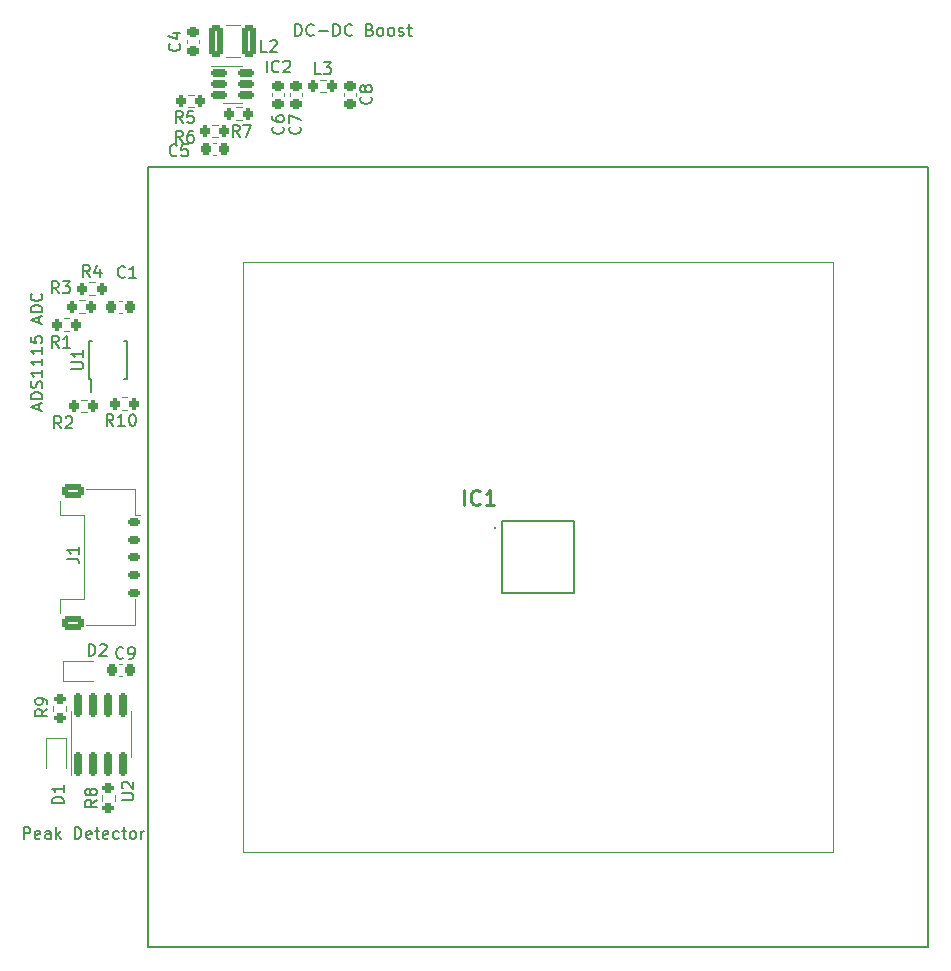
<source format=gbr>
%TF.GenerationSoftware,KiCad,Pcbnew,(6.0.2-0)*%
%TF.CreationDate,2023-01-12T00:58:35-06:00*%
%TF.ProjectId,cosmic_watch_remix_V1,636f736d-6963-45f7-9761-7463685f7265,rev?*%
%TF.SameCoordinates,Original*%
%TF.FileFunction,Legend,Top*%
%TF.FilePolarity,Positive*%
%FSLAX46Y46*%
G04 Gerber Fmt 4.6, Leading zero omitted, Abs format (unit mm)*
G04 Created by KiCad (PCBNEW (6.0.2-0)) date 2023-01-12 00:58:35*
%MOMM*%
%LPD*%
G01*
G04 APERTURE LIST*
G04 Aperture macros list*
%AMRoundRect*
0 Rectangle with rounded corners*
0 $1 Rounding radius*
0 $2 $3 $4 $5 $6 $7 $8 $9 X,Y pos of 4 corners*
0 Add a 4 corners polygon primitive as box body*
4,1,4,$2,$3,$4,$5,$6,$7,$8,$9,$2,$3,0*
0 Add four circle primitives for the rounded corners*
1,1,$1+$1,$2,$3*
1,1,$1+$1,$4,$5*
1,1,$1+$1,$6,$7*
1,1,$1+$1,$8,$9*
0 Add four rect primitives between the rounded corners*
20,1,$1+$1,$2,$3,$4,$5,0*
20,1,$1+$1,$4,$5,$6,$7,0*
20,1,$1+$1,$6,$7,$8,$9,0*
20,1,$1+$1,$8,$9,$2,$3,0*%
G04 Aperture macros list end*
%ADD10C,0.150000*%
%ADD11C,0.254000*%
%ADD12C,0.120000*%
%ADD13C,0.200000*%
%ADD14C,0.100000*%
%ADD15RoundRect,0.200000X0.200000X0.275000X-0.200000X0.275000X-0.200000X-0.275000X0.200000X-0.275000X0*%
%ADD16RoundRect,0.150000X0.150000X-0.825000X0.150000X0.825000X-0.150000X0.825000X-0.150000X-0.825000X0*%
%ADD17R,3.000000X2.290000*%
%ADD18RoundRect,0.200000X-0.200000X-0.275000X0.200000X-0.275000X0.200000X0.275000X-0.200000X0.275000X0*%
%ADD19RoundRect,0.225000X-0.250000X0.225000X-0.250000X-0.225000X0.250000X-0.225000X0.250000X0.225000X0*%
%ADD20RoundRect,0.150000X-0.350000X0.150000X-0.350000X-0.150000X0.350000X-0.150000X0.350000X0.150000X0*%
%ADD21RoundRect,0.250000X-0.650000X0.375000X-0.650000X-0.375000X0.650000X-0.375000X0.650000X0.375000X0*%
%ADD22C,5.000000*%
%ADD23RoundRect,0.200000X0.275000X-0.200000X0.275000X0.200000X-0.275000X0.200000X-0.275000X-0.200000X0*%
%ADD24R,0.450000X0.600000*%
%ADD25RoundRect,0.225000X-0.225000X-0.250000X0.225000X-0.250000X0.225000X0.250000X-0.225000X0.250000X0*%
%ADD26C,0.260000*%
%ADD27R,0.600000X0.450000*%
%ADD28RoundRect,0.150000X-0.512500X-0.150000X0.512500X-0.150000X0.512500X0.150000X-0.512500X0.150000X0*%
%ADD29RoundRect,0.225000X0.225000X0.250000X-0.225000X0.250000X-0.225000X-0.250000X0.225000X-0.250000X0*%
%ADD30R,0.250000X1.100000*%
%ADD31RoundRect,0.250000X-0.375000X-1.075000X0.375000X-1.075000X0.375000X1.075000X-0.375000X1.075000X0*%
G04 APERTURE END LIST*
D10*
X31000000Y-61000000D02*
X92000000Y-61000000D01*
X97000000Y-61000000D02*
X97000000Y-127000000D01*
X92000000Y-61000000D02*
X97000000Y-61000000D01*
X31000000Y-127000000D02*
X31000000Y-61000000D01*
X97000000Y-127000000D02*
X31000000Y-127000000D01*
X43442857Y-49852380D02*
X43442857Y-48852380D01*
X43680952Y-48852380D01*
X43823809Y-48900000D01*
X43919047Y-48995238D01*
X43966666Y-49090476D01*
X44014285Y-49280952D01*
X44014285Y-49423809D01*
X43966666Y-49614285D01*
X43919047Y-49709523D01*
X43823809Y-49804761D01*
X43680952Y-49852380D01*
X43442857Y-49852380D01*
X45014285Y-49757142D02*
X44966666Y-49804761D01*
X44823809Y-49852380D01*
X44728571Y-49852380D01*
X44585714Y-49804761D01*
X44490476Y-49709523D01*
X44442857Y-49614285D01*
X44395238Y-49423809D01*
X44395238Y-49280952D01*
X44442857Y-49090476D01*
X44490476Y-48995238D01*
X44585714Y-48900000D01*
X44728571Y-48852380D01*
X44823809Y-48852380D01*
X44966666Y-48900000D01*
X45014285Y-48947619D01*
X45442857Y-49471428D02*
X46204761Y-49471428D01*
X46680952Y-49852380D02*
X46680952Y-48852380D01*
X46919047Y-48852380D01*
X47061904Y-48900000D01*
X47157142Y-48995238D01*
X47204761Y-49090476D01*
X47252380Y-49280952D01*
X47252380Y-49423809D01*
X47204761Y-49614285D01*
X47157142Y-49709523D01*
X47061904Y-49804761D01*
X46919047Y-49852380D01*
X46680952Y-49852380D01*
X48252380Y-49757142D02*
X48204761Y-49804761D01*
X48061904Y-49852380D01*
X47966666Y-49852380D01*
X47823809Y-49804761D01*
X47728571Y-49709523D01*
X47680952Y-49614285D01*
X47633333Y-49423809D01*
X47633333Y-49280952D01*
X47680952Y-49090476D01*
X47728571Y-48995238D01*
X47823809Y-48900000D01*
X47966666Y-48852380D01*
X48061904Y-48852380D01*
X48204761Y-48900000D01*
X48252380Y-48947619D01*
X49776190Y-49328571D02*
X49919047Y-49376190D01*
X49966666Y-49423809D01*
X50014285Y-49519047D01*
X50014285Y-49661904D01*
X49966666Y-49757142D01*
X49919047Y-49804761D01*
X49823809Y-49852380D01*
X49442857Y-49852380D01*
X49442857Y-48852380D01*
X49776190Y-48852380D01*
X49871428Y-48900000D01*
X49919047Y-48947619D01*
X49966666Y-49042857D01*
X49966666Y-49138095D01*
X49919047Y-49233333D01*
X49871428Y-49280952D01*
X49776190Y-49328571D01*
X49442857Y-49328571D01*
X50585714Y-49852380D02*
X50490476Y-49804761D01*
X50442857Y-49757142D01*
X50395238Y-49661904D01*
X50395238Y-49376190D01*
X50442857Y-49280952D01*
X50490476Y-49233333D01*
X50585714Y-49185714D01*
X50728571Y-49185714D01*
X50823809Y-49233333D01*
X50871428Y-49280952D01*
X50919047Y-49376190D01*
X50919047Y-49661904D01*
X50871428Y-49757142D01*
X50823809Y-49804761D01*
X50728571Y-49852380D01*
X50585714Y-49852380D01*
X51490476Y-49852380D02*
X51395238Y-49804761D01*
X51347619Y-49757142D01*
X51300000Y-49661904D01*
X51300000Y-49376190D01*
X51347619Y-49280952D01*
X51395238Y-49233333D01*
X51490476Y-49185714D01*
X51633333Y-49185714D01*
X51728571Y-49233333D01*
X51776190Y-49280952D01*
X51823809Y-49376190D01*
X51823809Y-49661904D01*
X51776190Y-49757142D01*
X51728571Y-49804761D01*
X51633333Y-49852380D01*
X51490476Y-49852380D01*
X52204761Y-49804761D02*
X52300000Y-49852380D01*
X52490476Y-49852380D01*
X52585714Y-49804761D01*
X52633333Y-49709523D01*
X52633333Y-49661904D01*
X52585714Y-49566666D01*
X52490476Y-49519047D01*
X52347619Y-49519047D01*
X52252380Y-49471428D01*
X52204761Y-49376190D01*
X52204761Y-49328571D01*
X52252380Y-49233333D01*
X52347619Y-49185714D01*
X52490476Y-49185714D01*
X52585714Y-49233333D01*
X52919047Y-49185714D02*
X53300000Y-49185714D01*
X53061904Y-48852380D02*
X53061904Y-49709523D01*
X53109523Y-49804761D01*
X53204761Y-49852380D01*
X53300000Y-49852380D01*
X20452380Y-117852380D02*
X20452380Y-116852380D01*
X20833333Y-116852380D01*
X20928571Y-116900000D01*
X20976190Y-116947619D01*
X21023809Y-117042857D01*
X21023809Y-117185714D01*
X20976190Y-117280952D01*
X20928571Y-117328571D01*
X20833333Y-117376190D01*
X20452380Y-117376190D01*
X21833333Y-117804761D02*
X21738095Y-117852380D01*
X21547619Y-117852380D01*
X21452380Y-117804761D01*
X21404761Y-117709523D01*
X21404761Y-117328571D01*
X21452380Y-117233333D01*
X21547619Y-117185714D01*
X21738095Y-117185714D01*
X21833333Y-117233333D01*
X21880952Y-117328571D01*
X21880952Y-117423809D01*
X21404761Y-117519047D01*
X22738095Y-117852380D02*
X22738095Y-117328571D01*
X22690476Y-117233333D01*
X22595238Y-117185714D01*
X22404761Y-117185714D01*
X22309523Y-117233333D01*
X22738095Y-117804761D02*
X22642857Y-117852380D01*
X22404761Y-117852380D01*
X22309523Y-117804761D01*
X22261904Y-117709523D01*
X22261904Y-117614285D01*
X22309523Y-117519047D01*
X22404761Y-117471428D01*
X22642857Y-117471428D01*
X22738095Y-117423809D01*
X23214285Y-117852380D02*
X23214285Y-116852380D01*
X23309523Y-117471428D02*
X23595238Y-117852380D01*
X23595238Y-117185714D02*
X23214285Y-117566666D01*
X24785714Y-117852380D02*
X24785714Y-116852380D01*
X25023809Y-116852380D01*
X25166666Y-116900000D01*
X25261904Y-116995238D01*
X25309523Y-117090476D01*
X25357142Y-117280952D01*
X25357142Y-117423809D01*
X25309523Y-117614285D01*
X25261904Y-117709523D01*
X25166666Y-117804761D01*
X25023809Y-117852380D01*
X24785714Y-117852380D01*
X26166666Y-117804761D02*
X26071428Y-117852380D01*
X25880952Y-117852380D01*
X25785714Y-117804761D01*
X25738095Y-117709523D01*
X25738095Y-117328571D01*
X25785714Y-117233333D01*
X25880952Y-117185714D01*
X26071428Y-117185714D01*
X26166666Y-117233333D01*
X26214285Y-117328571D01*
X26214285Y-117423809D01*
X25738095Y-117519047D01*
X26500000Y-117185714D02*
X26880952Y-117185714D01*
X26642857Y-116852380D02*
X26642857Y-117709523D01*
X26690476Y-117804761D01*
X26785714Y-117852380D01*
X26880952Y-117852380D01*
X27595238Y-117804761D02*
X27500000Y-117852380D01*
X27309523Y-117852380D01*
X27214285Y-117804761D01*
X27166666Y-117709523D01*
X27166666Y-117328571D01*
X27214285Y-117233333D01*
X27309523Y-117185714D01*
X27500000Y-117185714D01*
X27595238Y-117233333D01*
X27642857Y-117328571D01*
X27642857Y-117423809D01*
X27166666Y-117519047D01*
X28500000Y-117804761D02*
X28404761Y-117852380D01*
X28214285Y-117852380D01*
X28119047Y-117804761D01*
X28071428Y-117757142D01*
X28023809Y-117661904D01*
X28023809Y-117376190D01*
X28071428Y-117280952D01*
X28119047Y-117233333D01*
X28214285Y-117185714D01*
X28404761Y-117185714D01*
X28500000Y-117233333D01*
X28785714Y-117185714D02*
X29166666Y-117185714D01*
X28928571Y-116852380D02*
X28928571Y-117709523D01*
X28976190Y-117804761D01*
X29071428Y-117852380D01*
X29166666Y-117852380D01*
X29642857Y-117852380D02*
X29547619Y-117804761D01*
X29500000Y-117757142D01*
X29452380Y-117661904D01*
X29452380Y-117376190D01*
X29500000Y-117280952D01*
X29547619Y-117233333D01*
X29642857Y-117185714D01*
X29785714Y-117185714D01*
X29880952Y-117233333D01*
X29928571Y-117280952D01*
X29976190Y-117376190D01*
X29976190Y-117661904D01*
X29928571Y-117757142D01*
X29880952Y-117804761D01*
X29785714Y-117852380D01*
X29642857Y-117852380D01*
X30404761Y-117852380D02*
X30404761Y-117185714D01*
X30404761Y-117376190D02*
X30452380Y-117280952D01*
X30500000Y-117233333D01*
X30595238Y-117185714D01*
X30690476Y-117185714D01*
X21766666Y-81528571D02*
X21766666Y-81052380D01*
X22052380Y-81623809D02*
X21052380Y-81290476D01*
X22052380Y-80957142D01*
X22052380Y-80623809D02*
X21052380Y-80623809D01*
X21052380Y-80385714D01*
X21100000Y-80242857D01*
X21195238Y-80147619D01*
X21290476Y-80100000D01*
X21480952Y-80052380D01*
X21623809Y-80052380D01*
X21814285Y-80100000D01*
X21909523Y-80147619D01*
X22004761Y-80242857D01*
X22052380Y-80385714D01*
X22052380Y-80623809D01*
X22004761Y-79671428D02*
X22052380Y-79528571D01*
X22052380Y-79290476D01*
X22004761Y-79195238D01*
X21957142Y-79147619D01*
X21861904Y-79100000D01*
X21766666Y-79100000D01*
X21671428Y-79147619D01*
X21623809Y-79195238D01*
X21576190Y-79290476D01*
X21528571Y-79480952D01*
X21480952Y-79576190D01*
X21433333Y-79623809D01*
X21338095Y-79671428D01*
X21242857Y-79671428D01*
X21147619Y-79623809D01*
X21100000Y-79576190D01*
X21052380Y-79480952D01*
X21052380Y-79242857D01*
X21100000Y-79100000D01*
X22052380Y-78147619D02*
X22052380Y-78719047D01*
X22052380Y-78433333D02*
X21052380Y-78433333D01*
X21195238Y-78528571D01*
X21290476Y-78623809D01*
X21338095Y-78719047D01*
X22052380Y-77195238D02*
X22052380Y-77766666D01*
X22052380Y-77480952D02*
X21052380Y-77480952D01*
X21195238Y-77576190D01*
X21290476Y-77671428D01*
X21338095Y-77766666D01*
X22052380Y-76242857D02*
X22052380Y-76814285D01*
X22052380Y-76528571D02*
X21052380Y-76528571D01*
X21195238Y-76623809D01*
X21290476Y-76719047D01*
X21338095Y-76814285D01*
X21052380Y-75338095D02*
X21052380Y-75814285D01*
X21528571Y-75861904D01*
X21480952Y-75814285D01*
X21433333Y-75719047D01*
X21433333Y-75480952D01*
X21480952Y-75385714D01*
X21528571Y-75338095D01*
X21623809Y-75290476D01*
X21861904Y-75290476D01*
X21957142Y-75338095D01*
X22004761Y-75385714D01*
X22052380Y-75480952D01*
X22052380Y-75719047D01*
X22004761Y-75814285D01*
X21957142Y-75861904D01*
X21766666Y-74147619D02*
X21766666Y-73671428D01*
X22052380Y-74242857D02*
X21052380Y-73909523D01*
X22052380Y-73576190D01*
X22052380Y-73242857D02*
X21052380Y-73242857D01*
X21052380Y-73004761D01*
X21100000Y-72861904D01*
X21195238Y-72766666D01*
X21290476Y-72719047D01*
X21480952Y-72671428D01*
X21623809Y-72671428D01*
X21814285Y-72719047D01*
X21909523Y-72766666D01*
X22004761Y-72861904D01*
X22052380Y-73004761D01*
X22052380Y-73242857D01*
X21957142Y-71671428D02*
X22004761Y-71719047D01*
X22052380Y-71861904D01*
X22052380Y-71957142D01*
X22004761Y-72100000D01*
X21909523Y-72195238D01*
X21814285Y-72242857D01*
X21623809Y-72290476D01*
X21480952Y-72290476D01*
X21290476Y-72242857D01*
X21195238Y-72195238D01*
X21100000Y-72100000D01*
X21052380Y-71957142D01*
X21052380Y-71861904D01*
X21100000Y-71719047D01*
X21147619Y-71671428D01*
%TO.C,R5*%
X33931833Y-57230380D02*
X33598500Y-56754190D01*
X33360404Y-57230380D02*
X33360404Y-56230380D01*
X33741357Y-56230380D01*
X33836595Y-56278000D01*
X33884214Y-56325619D01*
X33931833Y-56420857D01*
X33931833Y-56563714D01*
X33884214Y-56658952D01*
X33836595Y-56706571D01*
X33741357Y-56754190D01*
X33360404Y-56754190D01*
X34836595Y-56230380D02*
X34360404Y-56230380D01*
X34312785Y-56706571D01*
X34360404Y-56658952D01*
X34455642Y-56611333D01*
X34693738Y-56611333D01*
X34788976Y-56658952D01*
X34836595Y-56706571D01*
X34884214Y-56801809D01*
X34884214Y-57039904D01*
X34836595Y-57135142D01*
X34788976Y-57182761D01*
X34693738Y-57230380D01*
X34455642Y-57230380D01*
X34360404Y-57182761D01*
X34312785Y-57135142D01*
%TO.C,U2*%
X28752380Y-114561904D02*
X29561904Y-114561904D01*
X29657142Y-114514285D01*
X29704761Y-114466666D01*
X29752380Y-114371428D01*
X29752380Y-114180952D01*
X29704761Y-114085714D01*
X29657142Y-114038095D01*
X29561904Y-113990476D01*
X28752380Y-113990476D01*
X28847619Y-113561904D02*
X28800000Y-113514285D01*
X28752380Y-113419047D01*
X28752380Y-113180952D01*
X28800000Y-113085714D01*
X28847619Y-113038095D01*
X28942857Y-112990476D01*
X29038095Y-112990476D01*
X29180952Y-113038095D01*
X29752380Y-113609523D01*
X29752380Y-112990476D01*
%TO.C,R2*%
X23633333Y-83082380D02*
X23300000Y-82606190D01*
X23061904Y-83082380D02*
X23061904Y-82082380D01*
X23442857Y-82082380D01*
X23538095Y-82130000D01*
X23585714Y-82177619D01*
X23633333Y-82272857D01*
X23633333Y-82415714D01*
X23585714Y-82510952D01*
X23538095Y-82558571D01*
X23442857Y-82606190D01*
X23061904Y-82606190D01*
X24014285Y-82177619D02*
X24061904Y-82130000D01*
X24157142Y-82082380D01*
X24395238Y-82082380D01*
X24490476Y-82130000D01*
X24538095Y-82177619D01*
X24585714Y-82272857D01*
X24585714Y-82368095D01*
X24538095Y-82510952D01*
X23966666Y-83082380D01*
X24585714Y-83082380D01*
%TO.C,R3*%
X23433333Y-71652380D02*
X23100000Y-71176190D01*
X22861904Y-71652380D02*
X22861904Y-70652380D01*
X23242857Y-70652380D01*
X23338095Y-70700000D01*
X23385714Y-70747619D01*
X23433333Y-70842857D01*
X23433333Y-70985714D01*
X23385714Y-71080952D01*
X23338095Y-71128571D01*
X23242857Y-71176190D01*
X22861904Y-71176190D01*
X23766666Y-70652380D02*
X24385714Y-70652380D01*
X24052380Y-71033333D01*
X24195238Y-71033333D01*
X24290476Y-71080952D01*
X24338095Y-71128571D01*
X24385714Y-71223809D01*
X24385714Y-71461904D01*
X24338095Y-71557142D01*
X24290476Y-71604761D01*
X24195238Y-71652380D01*
X23909523Y-71652380D01*
X23814285Y-71604761D01*
X23766666Y-71557142D01*
%TO.C,C8*%
X49855642Y-55006666D02*
X49903261Y-55054285D01*
X49950880Y-55197142D01*
X49950880Y-55292380D01*
X49903261Y-55435238D01*
X49808023Y-55530476D01*
X49712785Y-55578095D01*
X49522309Y-55625714D01*
X49379452Y-55625714D01*
X49188976Y-55578095D01*
X49093738Y-55530476D01*
X48998500Y-55435238D01*
X48950880Y-55292380D01*
X48950880Y-55197142D01*
X48998500Y-55054285D01*
X49046119Y-55006666D01*
X49379452Y-54435238D02*
X49331833Y-54530476D01*
X49284214Y-54578095D01*
X49188976Y-54625714D01*
X49141357Y-54625714D01*
X49046119Y-54578095D01*
X48998500Y-54530476D01*
X48950880Y-54435238D01*
X48950880Y-54244761D01*
X48998500Y-54149523D01*
X49046119Y-54101904D01*
X49141357Y-54054285D01*
X49188976Y-54054285D01*
X49284214Y-54101904D01*
X49331833Y-54149523D01*
X49379452Y-54244761D01*
X49379452Y-54435238D01*
X49427071Y-54530476D01*
X49474690Y-54578095D01*
X49569928Y-54625714D01*
X49760404Y-54625714D01*
X49855642Y-54578095D01*
X49903261Y-54530476D01*
X49950880Y-54435238D01*
X49950880Y-54244761D01*
X49903261Y-54149523D01*
X49855642Y-54101904D01*
X49760404Y-54054285D01*
X49569928Y-54054285D01*
X49474690Y-54101904D01*
X49427071Y-54149523D01*
X49379452Y-54244761D01*
%TO.C,C6*%
X42392642Y-57533666D02*
X42440261Y-57581285D01*
X42487880Y-57724142D01*
X42487880Y-57819380D01*
X42440261Y-57962238D01*
X42345023Y-58057476D01*
X42249785Y-58105095D01*
X42059309Y-58152714D01*
X41916452Y-58152714D01*
X41725976Y-58105095D01*
X41630738Y-58057476D01*
X41535500Y-57962238D01*
X41487880Y-57819380D01*
X41487880Y-57724142D01*
X41535500Y-57581285D01*
X41583119Y-57533666D01*
X41487880Y-56676523D02*
X41487880Y-56867000D01*
X41535500Y-56962238D01*
X41583119Y-57009857D01*
X41725976Y-57105095D01*
X41916452Y-57152714D01*
X42297404Y-57152714D01*
X42392642Y-57105095D01*
X42440261Y-57057476D01*
X42487880Y-56962238D01*
X42487880Y-56771761D01*
X42440261Y-56676523D01*
X42392642Y-56628904D01*
X42297404Y-56581285D01*
X42059309Y-56581285D01*
X41964071Y-56628904D01*
X41916452Y-56676523D01*
X41868833Y-56771761D01*
X41868833Y-56962238D01*
X41916452Y-57057476D01*
X41964071Y-57105095D01*
X42059309Y-57152714D01*
%TO.C,R4*%
X26063333Y-70282380D02*
X25730000Y-69806190D01*
X25491904Y-70282380D02*
X25491904Y-69282380D01*
X25872857Y-69282380D01*
X25968095Y-69330000D01*
X26015714Y-69377619D01*
X26063333Y-69472857D01*
X26063333Y-69615714D01*
X26015714Y-69710952D01*
X25968095Y-69758571D01*
X25872857Y-69806190D01*
X25491904Y-69806190D01*
X26920476Y-69615714D02*
X26920476Y-70282380D01*
X26682380Y-69234761D02*
X26444285Y-69949047D01*
X27063333Y-69949047D01*
%TO.C,R7*%
X38741091Y-58416380D02*
X38407758Y-57940190D01*
X38169662Y-58416380D02*
X38169662Y-57416380D01*
X38550615Y-57416380D01*
X38645853Y-57464000D01*
X38693472Y-57511619D01*
X38741091Y-57606857D01*
X38741091Y-57749714D01*
X38693472Y-57844952D01*
X38645853Y-57892571D01*
X38550615Y-57940190D01*
X38169662Y-57940190D01*
X39074424Y-57416380D02*
X39741091Y-57416380D01*
X39312519Y-58416380D01*
%TO.C,J1*%
X24152380Y-94133333D02*
X24866666Y-94133333D01*
X25009523Y-94180952D01*
X25104761Y-94276190D01*
X25152380Y-94419047D01*
X25152380Y-94514285D01*
X25152380Y-93133333D02*
X25152380Y-93704761D01*
X25152380Y-93419047D02*
X24152380Y-93419047D01*
X24295238Y-93514285D01*
X24390476Y-93609523D01*
X24438095Y-93704761D01*
%TO.C,*%
%TO.C,R10*%
X28057142Y-82872380D02*
X27723809Y-82396190D01*
X27485714Y-82872380D02*
X27485714Y-81872380D01*
X27866666Y-81872380D01*
X27961904Y-81920000D01*
X28009523Y-81967619D01*
X28057142Y-82062857D01*
X28057142Y-82205714D01*
X28009523Y-82300952D01*
X27961904Y-82348571D01*
X27866666Y-82396190D01*
X27485714Y-82396190D01*
X29009523Y-82872380D02*
X28438095Y-82872380D01*
X28723809Y-82872380D02*
X28723809Y-81872380D01*
X28628571Y-82015238D01*
X28533333Y-82110476D01*
X28438095Y-82158095D01*
X29628571Y-81872380D02*
X29723809Y-81872380D01*
X29819047Y-81920000D01*
X29866666Y-81967619D01*
X29914285Y-82062857D01*
X29961904Y-82253333D01*
X29961904Y-82491428D01*
X29914285Y-82681904D01*
X29866666Y-82777142D01*
X29819047Y-82824761D01*
X29723809Y-82872380D01*
X29628571Y-82872380D01*
X29533333Y-82824761D01*
X29485714Y-82777142D01*
X29438095Y-82681904D01*
X29390476Y-82491428D01*
X29390476Y-82253333D01*
X29438095Y-82062857D01*
X29485714Y-81967619D01*
X29533333Y-81920000D01*
X29628571Y-81872380D01*
%TO.C,R1*%
X23433333Y-76252380D02*
X23100000Y-75776190D01*
X22861904Y-76252380D02*
X22861904Y-75252380D01*
X23242857Y-75252380D01*
X23338095Y-75300000D01*
X23385714Y-75347619D01*
X23433333Y-75442857D01*
X23433333Y-75585714D01*
X23385714Y-75680952D01*
X23338095Y-75728571D01*
X23242857Y-75776190D01*
X22861904Y-75776190D01*
X24385714Y-76252380D02*
X23814285Y-76252380D01*
X24100000Y-76252380D02*
X24100000Y-75252380D01*
X24004761Y-75395238D01*
X23909523Y-75490476D01*
X23814285Y-75538095D01*
%TO.C,R8*%
X26657380Y-114541666D02*
X26181190Y-114875000D01*
X26657380Y-115113095D02*
X25657380Y-115113095D01*
X25657380Y-114732142D01*
X25705000Y-114636904D01*
X25752619Y-114589285D01*
X25847857Y-114541666D01*
X25990714Y-114541666D01*
X26085952Y-114589285D01*
X26133571Y-114636904D01*
X26181190Y-114732142D01*
X26181190Y-115113095D01*
X26085952Y-113970238D02*
X26038333Y-114065476D01*
X25990714Y-114113095D01*
X25895476Y-114160714D01*
X25847857Y-114160714D01*
X25752619Y-114113095D01*
X25705000Y-114065476D01*
X25657380Y-113970238D01*
X25657380Y-113779761D01*
X25705000Y-113684523D01*
X25752619Y-113636904D01*
X25847857Y-113589285D01*
X25895476Y-113589285D01*
X25990714Y-113636904D01*
X26038333Y-113684523D01*
X26085952Y-113779761D01*
X26085952Y-113970238D01*
X26133571Y-114065476D01*
X26181190Y-114113095D01*
X26276428Y-114160714D01*
X26466904Y-114160714D01*
X26562142Y-114113095D01*
X26609761Y-114065476D01*
X26657380Y-113970238D01*
X26657380Y-113779761D01*
X26609761Y-113684523D01*
X26562142Y-113636904D01*
X26466904Y-113589285D01*
X26276428Y-113589285D01*
X26181190Y-113636904D01*
X26133571Y-113684523D01*
X26085952Y-113779761D01*
%TO.C,C7*%
X43853642Y-57546666D02*
X43901261Y-57594285D01*
X43948880Y-57737142D01*
X43948880Y-57832380D01*
X43901261Y-57975238D01*
X43806023Y-58070476D01*
X43710785Y-58118095D01*
X43520309Y-58165714D01*
X43377452Y-58165714D01*
X43186976Y-58118095D01*
X43091738Y-58070476D01*
X42996500Y-57975238D01*
X42948880Y-57832380D01*
X42948880Y-57737142D01*
X42996500Y-57594285D01*
X43044119Y-57546666D01*
X42948880Y-57213333D02*
X42948880Y-56546666D01*
X43948880Y-56975238D01*
%TO.C,D1*%
X23852380Y-114838095D02*
X22852380Y-114838095D01*
X22852380Y-114600000D01*
X22900000Y-114457142D01*
X22995238Y-114361904D01*
X23090476Y-114314285D01*
X23280952Y-114266666D01*
X23423809Y-114266666D01*
X23614285Y-114314285D01*
X23709523Y-114361904D01*
X23804761Y-114457142D01*
X23852380Y-114600000D01*
X23852380Y-114838095D01*
X23852380Y-113314285D02*
X23852380Y-113885714D01*
X23852380Y-113600000D02*
X22852380Y-113600000D01*
X22995238Y-113695238D01*
X23090476Y-113790476D01*
X23138095Y-113885714D01*
%TO.C,C4*%
X33643642Y-50506666D02*
X33691261Y-50554285D01*
X33738880Y-50697142D01*
X33738880Y-50792380D01*
X33691261Y-50935238D01*
X33596023Y-51030476D01*
X33500785Y-51078095D01*
X33310309Y-51125714D01*
X33167452Y-51125714D01*
X32976976Y-51078095D01*
X32881738Y-51030476D01*
X32786500Y-50935238D01*
X32738880Y-50792380D01*
X32738880Y-50697142D01*
X32786500Y-50554285D01*
X32834119Y-50506666D01*
X33072214Y-49649523D02*
X33738880Y-49649523D01*
X32691261Y-49887619D02*
X33405547Y-50125714D01*
X33405547Y-49506666D01*
%TO.C,C1*%
X29033333Y-70257142D02*
X28985714Y-70304761D01*
X28842857Y-70352380D01*
X28747619Y-70352380D01*
X28604761Y-70304761D01*
X28509523Y-70209523D01*
X28461904Y-70114285D01*
X28414285Y-69923809D01*
X28414285Y-69780952D01*
X28461904Y-69590476D01*
X28509523Y-69495238D01*
X28604761Y-69400000D01*
X28747619Y-69352380D01*
X28842857Y-69352380D01*
X28985714Y-69400000D01*
X29033333Y-69447619D01*
X29985714Y-70352380D02*
X29414285Y-70352380D01*
X29700000Y-70352380D02*
X29700000Y-69352380D01*
X29604761Y-69495238D01*
X29509523Y-69590476D01*
X29414285Y-69638095D01*
%TO.C,R6*%
X33931833Y-58900380D02*
X33598500Y-58424190D01*
X33360404Y-58900380D02*
X33360404Y-57900380D01*
X33741357Y-57900380D01*
X33836595Y-57948000D01*
X33884214Y-57995619D01*
X33931833Y-58090857D01*
X33931833Y-58233714D01*
X33884214Y-58328952D01*
X33836595Y-58376571D01*
X33741357Y-58424190D01*
X33360404Y-58424190D01*
X34788976Y-57900380D02*
X34598500Y-57900380D01*
X34503261Y-57948000D01*
X34455642Y-57995619D01*
X34360404Y-58138476D01*
X34312785Y-58328952D01*
X34312785Y-58709904D01*
X34360404Y-58805142D01*
X34408023Y-58852761D01*
X34503261Y-58900380D01*
X34693738Y-58900380D01*
X34788976Y-58852761D01*
X34836595Y-58805142D01*
X34884214Y-58709904D01*
X34884214Y-58471809D01*
X34836595Y-58376571D01*
X34788976Y-58328952D01*
X34693738Y-58281333D01*
X34503261Y-58281333D01*
X34408023Y-58328952D01*
X34360404Y-58376571D01*
X34312785Y-58471809D01*
D11*
%TO.C,IC1*%
X57760238Y-89574523D02*
X57760238Y-88304523D01*
X59090714Y-89453571D02*
X59030238Y-89514047D01*
X58848809Y-89574523D01*
X58727857Y-89574523D01*
X58546428Y-89514047D01*
X58425476Y-89393095D01*
X58365000Y-89272142D01*
X58304523Y-89030238D01*
X58304523Y-88848809D01*
X58365000Y-88606904D01*
X58425476Y-88485952D01*
X58546428Y-88365000D01*
X58727857Y-88304523D01*
X58848809Y-88304523D01*
X59030238Y-88365000D01*
X59090714Y-88425476D01*
X60300238Y-89574523D02*
X59574523Y-89574523D01*
X59937380Y-89574523D02*
X59937380Y-88304523D01*
X59816428Y-88485952D01*
X59695476Y-88606904D01*
X59574523Y-88667380D01*
D10*
%TO.C,R9*%
X22452380Y-106866666D02*
X21976190Y-107200000D01*
X22452380Y-107438095D02*
X21452380Y-107438095D01*
X21452380Y-107057142D01*
X21500000Y-106961904D01*
X21547619Y-106914285D01*
X21642857Y-106866666D01*
X21785714Y-106866666D01*
X21880952Y-106914285D01*
X21928571Y-106961904D01*
X21976190Y-107057142D01*
X21976190Y-107438095D01*
X22452380Y-106390476D02*
X22452380Y-106200000D01*
X22404761Y-106104761D01*
X22357142Y-106057142D01*
X22214285Y-105961904D01*
X22023809Y-105914285D01*
X21642857Y-105914285D01*
X21547619Y-105961904D01*
X21500000Y-106009523D01*
X21452380Y-106104761D01*
X21452380Y-106295238D01*
X21500000Y-106390476D01*
X21547619Y-106438095D01*
X21642857Y-106485714D01*
X21880952Y-106485714D01*
X21976190Y-106438095D01*
X22023809Y-106390476D01*
X22071428Y-106295238D01*
X22071428Y-106104761D01*
X22023809Y-106009523D01*
X21976190Y-105961904D01*
X21880952Y-105914285D01*
%TO.C,D2*%
X25961904Y-102352380D02*
X25961904Y-101352380D01*
X26200000Y-101352380D01*
X26342857Y-101400000D01*
X26438095Y-101495238D01*
X26485714Y-101590476D01*
X26533333Y-101780952D01*
X26533333Y-101923809D01*
X26485714Y-102114285D01*
X26438095Y-102209523D01*
X26342857Y-102304761D01*
X26200000Y-102352380D01*
X25961904Y-102352380D01*
X26914285Y-101447619D02*
X26961904Y-101400000D01*
X27057142Y-101352380D01*
X27295238Y-101352380D01*
X27390476Y-101400000D01*
X27438095Y-101447619D01*
X27485714Y-101542857D01*
X27485714Y-101638095D01*
X27438095Y-101780952D01*
X26866666Y-102352380D01*
X27485714Y-102352380D01*
%TO.C,IC2*%
X41023809Y-52952380D02*
X41023809Y-51952380D01*
X42071428Y-52857142D02*
X42023809Y-52904761D01*
X41880952Y-52952380D01*
X41785714Y-52952380D01*
X41642857Y-52904761D01*
X41547619Y-52809523D01*
X41500000Y-52714285D01*
X41452380Y-52523809D01*
X41452380Y-52380952D01*
X41500000Y-52190476D01*
X41547619Y-52095238D01*
X41642857Y-52000000D01*
X41785714Y-51952380D01*
X41880952Y-51952380D01*
X42023809Y-52000000D01*
X42071428Y-52047619D01*
X42452380Y-52047619D02*
X42500000Y-52000000D01*
X42595238Y-51952380D01*
X42833333Y-51952380D01*
X42928571Y-52000000D01*
X42976190Y-52047619D01*
X43023809Y-52142857D01*
X43023809Y-52238095D01*
X42976190Y-52380952D01*
X42404761Y-52952380D01*
X43023809Y-52952380D01*
%TO.C,C9*%
X28908333Y-102512142D02*
X28860714Y-102559761D01*
X28717857Y-102607380D01*
X28622619Y-102607380D01*
X28479761Y-102559761D01*
X28384523Y-102464523D01*
X28336904Y-102369285D01*
X28289285Y-102178809D01*
X28289285Y-102035952D01*
X28336904Y-101845476D01*
X28384523Y-101750238D01*
X28479761Y-101655000D01*
X28622619Y-101607380D01*
X28717857Y-101607380D01*
X28860714Y-101655000D01*
X28908333Y-101702619D01*
X29384523Y-102607380D02*
X29575000Y-102607380D01*
X29670238Y-102559761D01*
X29717857Y-102512142D01*
X29813095Y-102369285D01*
X29860714Y-102178809D01*
X29860714Y-101797857D01*
X29813095Y-101702619D01*
X29765476Y-101655000D01*
X29670238Y-101607380D01*
X29479761Y-101607380D01*
X29384523Y-101655000D01*
X29336904Y-101702619D01*
X29289285Y-101797857D01*
X29289285Y-102035952D01*
X29336904Y-102131190D01*
X29384523Y-102178809D01*
X29479761Y-102226428D01*
X29670238Y-102226428D01*
X29765476Y-102178809D01*
X29813095Y-102131190D01*
X29860714Y-102035952D01*
%TO.C,*%
%TO.C,C5*%
X33433333Y-59957142D02*
X33385714Y-60004761D01*
X33242857Y-60052380D01*
X33147619Y-60052380D01*
X33004761Y-60004761D01*
X32909523Y-59909523D01*
X32861904Y-59814285D01*
X32814285Y-59623809D01*
X32814285Y-59480952D01*
X32861904Y-59290476D01*
X32909523Y-59195238D01*
X33004761Y-59100000D01*
X33147619Y-59052380D01*
X33242857Y-59052380D01*
X33385714Y-59100000D01*
X33433333Y-59147619D01*
X34338095Y-59052380D02*
X33861904Y-59052380D01*
X33814285Y-59528571D01*
X33861904Y-59480952D01*
X33957142Y-59433333D01*
X34195238Y-59433333D01*
X34290476Y-59480952D01*
X34338095Y-59528571D01*
X34385714Y-59623809D01*
X34385714Y-59861904D01*
X34338095Y-59957142D01*
X34290476Y-60004761D01*
X34195238Y-60052380D01*
X33957142Y-60052380D01*
X33861904Y-60004761D01*
X33814285Y-59957142D01*
%TO.C,U1*%
X24502380Y-78061904D02*
X25311904Y-78061904D01*
X25407142Y-78014285D01*
X25454761Y-77966666D01*
X25502380Y-77871428D01*
X25502380Y-77680952D01*
X25454761Y-77585714D01*
X25407142Y-77538095D01*
X25311904Y-77490476D01*
X24502380Y-77490476D01*
X25502380Y-76490476D02*
X25502380Y-77061904D01*
X25502380Y-76776190D02*
X24502380Y-76776190D01*
X24645238Y-76871428D01*
X24740476Y-76966666D01*
X24788095Y-77061904D01*
%TO.C,L2*%
X41043833Y-51228380D02*
X40567642Y-51228380D01*
X40567642Y-50228380D01*
X41329547Y-50323619D02*
X41377166Y-50276000D01*
X41472404Y-50228380D01*
X41710500Y-50228380D01*
X41805738Y-50276000D01*
X41853357Y-50323619D01*
X41900976Y-50418857D01*
X41900976Y-50514095D01*
X41853357Y-50656952D01*
X41281928Y-51228380D01*
X41900976Y-51228380D01*
%TO.C,L3*%
X45615833Y-53100380D02*
X45139642Y-53100380D01*
X45139642Y-52100380D01*
X45853928Y-52100380D02*
X46472976Y-52100380D01*
X46139642Y-52481333D01*
X46282500Y-52481333D01*
X46377738Y-52528952D01*
X46425357Y-52576571D01*
X46472976Y-52671809D01*
X46472976Y-52909904D01*
X46425357Y-53005142D01*
X46377738Y-53052761D01*
X46282500Y-53100380D01*
X45996785Y-53100380D01*
X45901547Y-53052761D01*
X45853928Y-53005142D01*
%TO.C,*%
D12*
%TO.C,R5*%
X34843758Y-54825500D02*
X34369242Y-54825500D01*
X34843758Y-55870500D02*
X34369242Y-55870500D01*
%TO.C,U2*%
X24440000Y-109000000D02*
X24440000Y-107050000D01*
X29560000Y-109000000D02*
X29560000Y-110950000D01*
X24440000Y-109000000D02*
X24440000Y-112450000D01*
X29560000Y-109000000D02*
X29560000Y-107050000D01*
%TO.C,R2*%
X25787258Y-81712500D02*
X25312742Y-81712500D01*
X25787258Y-80667500D02*
X25312742Y-80667500D01*
%TO.C,R3*%
X25142742Y-73302500D02*
X25617258Y-73302500D01*
X25142742Y-72257500D02*
X25617258Y-72257500D01*
%TO.C,C8*%
X47558500Y-54699420D02*
X47558500Y-54980580D01*
X48578500Y-54699420D02*
X48578500Y-54980580D01*
%TO.C,C6*%
X41525500Y-54699420D02*
X41525500Y-54980580D01*
X42545500Y-54699420D02*
X42545500Y-54980580D01*
%TO.C,R4*%
X25992742Y-70737500D02*
X26467258Y-70737500D01*
X25992742Y-71782500D02*
X26467258Y-71782500D01*
%TO.C,R7*%
X38433242Y-56962500D02*
X38907758Y-56962500D01*
X38433242Y-55917500D02*
X38907758Y-55917500D01*
%TO.C,J1*%
X29895000Y-88265000D02*
X29895000Y-90440000D01*
X23575000Y-89280000D02*
X23575000Y-90435000D01*
X25765000Y-88265000D02*
X29895000Y-88265000D01*
X25575000Y-97565000D02*
X23575000Y-97565000D01*
X25575000Y-90435000D02*
X25575000Y-97565000D01*
X29895000Y-99735000D02*
X29895000Y-97560000D01*
X25765000Y-99735000D02*
X29895000Y-99735000D01*
X29895000Y-90440000D02*
X30295000Y-90440000D01*
X23575000Y-90435000D02*
X25575000Y-90435000D01*
X23575000Y-97565000D02*
X23575000Y-98720000D01*
%TO.C,R10*%
X29233258Y-80467500D02*
X28758742Y-80467500D01*
X29233258Y-81512500D02*
X28758742Y-81512500D01*
%TO.C,R1*%
X24337258Y-73777500D02*
X23862742Y-73777500D01*
X24337258Y-74822500D02*
X23862742Y-74822500D01*
%TO.C,R8*%
X27112500Y-114612258D02*
X27112500Y-114137742D01*
X28157500Y-114612258D02*
X28157500Y-114137742D01*
%TO.C,C7*%
X44006500Y-54699420D02*
X44006500Y-54980580D01*
X42986500Y-54699420D02*
X42986500Y-54980580D01*
%TO.C,D1*%
X24050000Y-109300000D02*
X24050000Y-111850000D01*
X22350000Y-109300000D02*
X22350000Y-111850000D01*
X24050000Y-109300000D02*
X22350000Y-109300000D01*
%TO.C,C4*%
X35320500Y-50199420D02*
X35320500Y-50480580D01*
X34300500Y-50199420D02*
X34300500Y-50480580D01*
%TO.C,C1*%
X28509420Y-73300000D02*
X28790580Y-73300000D01*
X28509420Y-72280000D02*
X28790580Y-72280000D01*
%TO.C,R6*%
X36401242Y-57417500D02*
X36875758Y-57417500D01*
X36401242Y-58462500D02*
X36875758Y-58462500D01*
D13*
%TO.C,IC1*%
X67065000Y-90935000D02*
X67065000Y-97065000D01*
D12*
X39000000Y-119000000D02*
X39000000Y-94000000D01*
D14*
X60300000Y-91500000D02*
X60300000Y-91500000D01*
D12*
X89000000Y-119000000D02*
X39000000Y-119000000D01*
D13*
X60935000Y-97065000D02*
X60935000Y-90935000D01*
X60935000Y-90935000D02*
X67065000Y-90935000D01*
D14*
X60400000Y-91500000D02*
X60400000Y-91500000D01*
D12*
X89000000Y-69000000D02*
X89000000Y-119000000D01*
D13*
X67065000Y-97065000D02*
X60935000Y-97065000D01*
D12*
X39000000Y-69000000D02*
X89000000Y-69000000D01*
X39000000Y-94000000D02*
X39000000Y-69000000D01*
D14*
X60400000Y-91500000D02*
G75*
G03*
X60300000Y-91500000I-50000J0D01*
G01*
X60300000Y-91500000D02*
G75*
G03*
X60400000Y-91500000I50000J0D01*
G01*
D12*
%TO.C,R9*%
X22977500Y-107037258D02*
X22977500Y-106562742D01*
X24022500Y-107037258D02*
X24022500Y-106562742D01*
%TO.C,D2*%
X23800000Y-104450000D02*
X26350000Y-104450000D01*
X23800000Y-102750000D02*
X23800000Y-104450000D01*
X23800000Y-102750000D02*
X26350000Y-102750000D01*
%TO.C,IC2*%
X38162500Y-52390000D02*
X38962500Y-52390000D01*
X38162500Y-55510000D02*
X38962500Y-55510000D01*
X38162500Y-55510000D02*
X37362500Y-55510000D01*
X38162500Y-52390000D02*
X36362500Y-52390000D01*
%TO.C,C9*%
X28534420Y-104095000D02*
X28815580Y-104095000D01*
X28534420Y-103075000D02*
X28815580Y-103075000D01*
%TO.C,C5*%
X36779080Y-58930000D02*
X36497920Y-58930000D01*
X36779080Y-59950000D02*
X36497920Y-59950000D01*
D10*
%TO.C,U1*%
X25975000Y-78925000D02*
X26150000Y-78925000D01*
X26150000Y-78925000D02*
X26150000Y-80000000D01*
X25975000Y-75675000D02*
X26250000Y-75675000D01*
X29225000Y-78925000D02*
X28950000Y-78925000D01*
X29225000Y-78925000D02*
X29225000Y-75675000D01*
X25975000Y-78925000D02*
X25975000Y-75675000D01*
X29225000Y-75675000D02*
X28950000Y-75675000D01*
D12*
%TO.C,L2*%
X37560436Y-48908000D02*
X38764564Y-48908000D01*
X37560436Y-51628000D02*
X38764564Y-51628000D01*
%TO.C,L3*%
X45545242Y-53555500D02*
X46019758Y-53555500D01*
X45545242Y-54600500D02*
X46019758Y-54600500D01*
%TD*%
%LPC*%
D10*
X54547619Y-130637142D02*
X54500000Y-130684761D01*
X54357142Y-130732380D01*
X54261904Y-130732380D01*
X54119047Y-130684761D01*
X54023809Y-130589523D01*
X53976190Y-130494285D01*
X53928571Y-130303809D01*
X53928571Y-130160952D01*
X53976190Y-129970476D01*
X54023809Y-129875238D01*
X54119047Y-129780000D01*
X54261904Y-129732380D01*
X54357142Y-129732380D01*
X54500000Y-129780000D01*
X54547619Y-129827619D01*
X55119047Y-130732380D02*
X55023809Y-130684761D01*
X54976190Y-130637142D01*
X54928571Y-130541904D01*
X54928571Y-130256190D01*
X54976190Y-130160952D01*
X55023809Y-130113333D01*
X55119047Y-130065714D01*
X55261904Y-130065714D01*
X55357142Y-130113333D01*
X55404761Y-130160952D01*
X55452380Y-130256190D01*
X55452380Y-130541904D01*
X55404761Y-130637142D01*
X55357142Y-130684761D01*
X55261904Y-130732380D01*
X55119047Y-130732380D01*
X55833333Y-130684761D02*
X55928571Y-130732380D01*
X56119047Y-130732380D01*
X56214285Y-130684761D01*
X56261904Y-130589523D01*
X56261904Y-130541904D01*
X56214285Y-130446666D01*
X56119047Y-130399047D01*
X55976190Y-130399047D01*
X55880952Y-130351428D01*
X55833333Y-130256190D01*
X55833333Y-130208571D01*
X55880952Y-130113333D01*
X55976190Y-130065714D01*
X56119047Y-130065714D01*
X56214285Y-130113333D01*
X56690476Y-130732380D02*
X56690476Y-130065714D01*
X56690476Y-130160952D02*
X56738095Y-130113333D01*
X56833333Y-130065714D01*
X56976190Y-130065714D01*
X57071428Y-130113333D01*
X57119047Y-130208571D01*
X57119047Y-130732380D01*
X57119047Y-130208571D02*
X57166666Y-130113333D01*
X57261904Y-130065714D01*
X57404761Y-130065714D01*
X57500000Y-130113333D01*
X57547619Y-130208571D01*
X57547619Y-130732380D01*
X58023809Y-130732380D02*
X58023809Y-130065714D01*
X58023809Y-129732380D02*
X57976190Y-129780000D01*
X58023809Y-129827619D01*
X58071428Y-129780000D01*
X58023809Y-129732380D01*
X58023809Y-129827619D01*
X58928571Y-130684761D02*
X58833333Y-130732380D01*
X58642857Y-130732380D01*
X58547619Y-130684761D01*
X58500000Y-130637142D01*
X58452380Y-130541904D01*
X58452380Y-130256190D01*
X58500000Y-130160952D01*
X58547619Y-130113333D01*
X58642857Y-130065714D01*
X58833333Y-130065714D01*
X58928571Y-130113333D01*
X60023809Y-129732380D02*
X60261904Y-130732380D01*
X60452380Y-130018095D01*
X60642857Y-130732380D01*
X60880952Y-129732380D01*
X61690476Y-130732380D02*
X61690476Y-130208571D01*
X61642857Y-130113333D01*
X61547619Y-130065714D01*
X61357142Y-130065714D01*
X61261904Y-130113333D01*
X61690476Y-130684761D02*
X61595238Y-130732380D01*
X61357142Y-130732380D01*
X61261904Y-130684761D01*
X61214285Y-130589523D01*
X61214285Y-130494285D01*
X61261904Y-130399047D01*
X61357142Y-130351428D01*
X61595238Y-130351428D01*
X61690476Y-130303809D01*
X62023809Y-130065714D02*
X62404761Y-130065714D01*
X62166666Y-129732380D02*
X62166666Y-130589523D01*
X62214285Y-130684761D01*
X62309523Y-130732380D01*
X62404761Y-130732380D01*
X63166666Y-130684761D02*
X63071428Y-130732380D01*
X62880952Y-130732380D01*
X62785714Y-130684761D01*
X62738095Y-130637142D01*
X62690476Y-130541904D01*
X62690476Y-130256190D01*
X62738095Y-130160952D01*
X62785714Y-130113333D01*
X62880952Y-130065714D01*
X63071428Y-130065714D01*
X63166666Y-130113333D01*
X63595238Y-130732380D02*
X63595238Y-129732380D01*
X64023809Y-130732380D02*
X64023809Y-130208571D01*
X63976190Y-130113333D01*
X63880952Y-130065714D01*
X63738095Y-130065714D01*
X63642857Y-130113333D01*
X63595238Y-130160952D01*
X65833333Y-130732380D02*
X65500000Y-130256190D01*
X65261904Y-130732380D02*
X65261904Y-129732380D01*
X65642857Y-129732380D01*
X65738095Y-129780000D01*
X65785714Y-129827619D01*
X65833333Y-129922857D01*
X65833333Y-130065714D01*
X65785714Y-130160952D01*
X65738095Y-130208571D01*
X65642857Y-130256190D01*
X65261904Y-130256190D01*
X66642857Y-130684761D02*
X66547619Y-130732380D01*
X66357142Y-130732380D01*
X66261904Y-130684761D01*
X66214285Y-130589523D01*
X66214285Y-130208571D01*
X66261904Y-130113333D01*
X66357142Y-130065714D01*
X66547619Y-130065714D01*
X66642857Y-130113333D01*
X66690476Y-130208571D01*
X66690476Y-130303809D01*
X66214285Y-130399047D01*
X67119047Y-130732380D02*
X67119047Y-130065714D01*
X67119047Y-130160952D02*
X67166666Y-130113333D01*
X67261904Y-130065714D01*
X67404761Y-130065714D01*
X67500000Y-130113333D01*
X67547619Y-130208571D01*
X67547619Y-130732380D01*
X67547619Y-130208571D02*
X67595238Y-130113333D01*
X67690476Y-130065714D01*
X67833333Y-130065714D01*
X67928571Y-130113333D01*
X67976190Y-130208571D01*
X67976190Y-130732380D01*
X68452380Y-130732380D02*
X68452380Y-130065714D01*
X68452380Y-129732380D02*
X68404761Y-129780000D01*
X68452380Y-129827619D01*
X68500000Y-129780000D01*
X68452380Y-129732380D01*
X68452380Y-129827619D01*
X68833333Y-130732380D02*
X69357142Y-130065714D01*
X68833333Y-130065714D02*
X69357142Y-130732380D01*
X70357142Y-129732380D02*
X70690476Y-130732380D01*
X71023809Y-129732380D01*
X71880952Y-130732380D02*
X71309523Y-130732380D01*
X71595238Y-130732380D02*
X71595238Y-129732380D01*
X71500000Y-129875238D01*
X71404761Y-129970476D01*
X71309523Y-130018095D01*
X72309523Y-130637142D02*
X72357142Y-130684761D01*
X72309523Y-130732380D01*
X72261904Y-130684761D01*
X72309523Y-130637142D01*
X72309523Y-130732380D01*
X72976190Y-129732380D02*
X73071428Y-129732380D01*
X73166666Y-129780000D01*
X73214285Y-129827619D01*
X73261904Y-129922857D01*
X73309523Y-130113333D01*
X73309523Y-130351428D01*
X73261904Y-130541904D01*
X73214285Y-130637142D01*
X73166666Y-130684761D01*
X73071428Y-130732380D01*
X72976190Y-130732380D01*
X72880952Y-130684761D01*
X72833333Y-130637142D01*
X72785714Y-130541904D01*
X72738095Y-130351428D01*
X72738095Y-130113333D01*
X72785714Y-129922857D01*
X72833333Y-129827619D01*
X72880952Y-129780000D01*
X72976190Y-129732380D01*
X55166666Y-132342380D02*
X55166666Y-131342380D01*
X55500000Y-132056666D01*
X55833333Y-131342380D01*
X55833333Y-132342380D01*
X56738095Y-132342380D02*
X56738095Y-131818571D01*
X56690476Y-131723333D01*
X56595238Y-131675714D01*
X56404761Y-131675714D01*
X56309523Y-131723333D01*
X56738095Y-132294761D02*
X56642857Y-132342380D01*
X56404761Y-132342380D01*
X56309523Y-132294761D01*
X56261904Y-132199523D01*
X56261904Y-132104285D01*
X56309523Y-132009047D01*
X56404761Y-131961428D01*
X56642857Y-131961428D01*
X56738095Y-131913809D01*
X57642857Y-132342380D02*
X57642857Y-131342380D01*
X57642857Y-132294761D02*
X57547619Y-132342380D01*
X57357142Y-132342380D01*
X57261904Y-132294761D01*
X57214285Y-132247142D01*
X57166666Y-132151904D01*
X57166666Y-131866190D01*
X57214285Y-131770952D01*
X57261904Y-131723333D01*
X57357142Y-131675714D01*
X57547619Y-131675714D01*
X57642857Y-131723333D01*
X58500000Y-132294761D02*
X58404761Y-132342380D01*
X58214285Y-132342380D01*
X58119047Y-132294761D01*
X58071428Y-132199523D01*
X58071428Y-131818571D01*
X58119047Y-131723333D01*
X58214285Y-131675714D01*
X58404761Y-131675714D01*
X58500000Y-131723333D01*
X58547619Y-131818571D01*
X58547619Y-131913809D01*
X58071428Y-132009047D01*
X60071428Y-131818571D02*
X60214285Y-131866190D01*
X60261904Y-131913809D01*
X60309523Y-132009047D01*
X60309523Y-132151904D01*
X60261904Y-132247142D01*
X60214285Y-132294761D01*
X60119047Y-132342380D01*
X59738095Y-132342380D01*
X59738095Y-131342380D01*
X60071428Y-131342380D01*
X60166666Y-131390000D01*
X60214285Y-131437619D01*
X60261904Y-131532857D01*
X60261904Y-131628095D01*
X60214285Y-131723333D01*
X60166666Y-131770952D01*
X60071428Y-131818571D01*
X59738095Y-131818571D01*
X60642857Y-131675714D02*
X60880952Y-132342380D01*
X61119047Y-131675714D02*
X60880952Y-132342380D01*
X60785714Y-132580476D01*
X60738095Y-132628095D01*
X60642857Y-132675714D01*
X61500000Y-132247142D02*
X61547619Y-132294761D01*
X61500000Y-132342380D01*
X61452380Y-132294761D01*
X61500000Y-132247142D01*
X61500000Y-132342380D01*
X61500000Y-131723333D02*
X61547619Y-131770952D01*
X61500000Y-131818571D01*
X61452380Y-131770952D01*
X61500000Y-131723333D01*
X61500000Y-131818571D01*
X62738095Y-132342380D02*
X62738095Y-131342380D01*
X63071428Y-132056666D01*
X63404761Y-131342380D01*
X63404761Y-132342380D01*
X63880952Y-132342380D02*
X63880952Y-131675714D01*
X63880952Y-131342380D02*
X63833333Y-131390000D01*
X63880952Y-131437619D01*
X63928571Y-131390000D01*
X63880952Y-131342380D01*
X63880952Y-131437619D01*
X64785714Y-132294761D02*
X64690476Y-132342380D01*
X64500000Y-132342380D01*
X64404761Y-132294761D01*
X64357142Y-132247142D01*
X64309523Y-132151904D01*
X64309523Y-131866190D01*
X64357142Y-131770952D01*
X64404761Y-131723333D01*
X64500000Y-131675714D01*
X64690476Y-131675714D01*
X64785714Y-131723333D01*
X65214285Y-132342380D02*
X65214285Y-131342380D01*
X65642857Y-132342380D02*
X65642857Y-131818571D01*
X65595238Y-131723333D01*
X65500000Y-131675714D01*
X65357142Y-131675714D01*
X65261904Y-131723333D01*
X65214285Y-131770952D01*
X66547619Y-132342380D02*
X66547619Y-131818571D01*
X66500000Y-131723333D01*
X66404761Y-131675714D01*
X66214285Y-131675714D01*
X66119047Y-131723333D01*
X66547619Y-132294761D02*
X66452380Y-132342380D01*
X66214285Y-132342380D01*
X66119047Y-132294761D01*
X66071428Y-132199523D01*
X66071428Y-132104285D01*
X66119047Y-132009047D01*
X66214285Y-131961428D01*
X66452380Y-131961428D01*
X66547619Y-131913809D01*
X67404761Y-132294761D02*
X67309523Y-132342380D01*
X67119047Y-132342380D01*
X67023809Y-132294761D01*
X66976190Y-132199523D01*
X66976190Y-131818571D01*
X67023809Y-131723333D01*
X67119047Y-131675714D01*
X67309523Y-131675714D01*
X67404761Y-131723333D01*
X67452380Y-131818571D01*
X67452380Y-131913809D01*
X66976190Y-132009047D01*
X68023809Y-132342380D02*
X67928571Y-132294761D01*
X67880952Y-132199523D01*
X67880952Y-131342380D01*
X69166666Y-132342380D02*
X69166666Y-131342380D01*
X69547619Y-131342380D01*
X69642857Y-131390000D01*
X69690476Y-131437619D01*
X69738095Y-131532857D01*
X69738095Y-131675714D01*
X69690476Y-131770952D01*
X69642857Y-131818571D01*
X69547619Y-131866190D01*
X69166666Y-131866190D01*
X70166666Y-132342380D02*
X70166666Y-131342380D01*
X70595238Y-132342380D02*
X70595238Y-131818571D01*
X70547619Y-131723333D01*
X70452380Y-131675714D01*
X70309523Y-131675714D01*
X70214285Y-131723333D01*
X70166666Y-131770952D01*
X71500000Y-132342380D02*
X71500000Y-131818571D01*
X71452380Y-131723333D01*
X71357142Y-131675714D01*
X71166666Y-131675714D01*
X71071428Y-131723333D01*
X71500000Y-132294761D02*
X71404761Y-132342380D01*
X71166666Y-132342380D01*
X71071428Y-132294761D01*
X71023809Y-132199523D01*
X71023809Y-132104285D01*
X71071428Y-132009047D01*
X71166666Y-131961428D01*
X71404761Y-131961428D01*
X71500000Y-131913809D01*
X71976190Y-132342380D02*
X71976190Y-131675714D01*
X71976190Y-131770952D02*
X72023809Y-131723333D01*
X72119047Y-131675714D01*
X72261904Y-131675714D01*
X72357142Y-131723333D01*
X72404761Y-131818571D01*
X72404761Y-132342380D01*
X72404761Y-131818571D02*
X72452380Y-131723333D01*
X72547619Y-131675714D01*
X72690476Y-131675714D01*
X72785714Y-131723333D01*
X72833333Y-131818571D01*
X72833333Y-132342380D01*
X40571428Y-133857142D02*
X40523809Y-133904761D01*
X40380952Y-133952380D01*
X40285714Y-133952380D01*
X40142857Y-133904761D01*
X40047619Y-133809523D01*
X40000000Y-133714285D01*
X39952380Y-133523809D01*
X39952380Y-133380952D01*
X40000000Y-133190476D01*
X40047619Y-133095238D01*
X40142857Y-133000000D01*
X40285714Y-132952380D01*
X40380952Y-132952380D01*
X40523809Y-133000000D01*
X40571428Y-133047619D01*
X41142857Y-133952380D02*
X41047619Y-133904761D01*
X41000000Y-133857142D01*
X40952380Y-133761904D01*
X40952380Y-133476190D01*
X41000000Y-133380952D01*
X41047619Y-133333333D01*
X41142857Y-133285714D01*
X41285714Y-133285714D01*
X41380952Y-133333333D01*
X41428571Y-133380952D01*
X41476190Y-133476190D01*
X41476190Y-133761904D01*
X41428571Y-133857142D01*
X41380952Y-133904761D01*
X41285714Y-133952380D01*
X41142857Y-133952380D01*
X41857142Y-133904761D02*
X41952380Y-133952380D01*
X42142857Y-133952380D01*
X42238095Y-133904761D01*
X42285714Y-133809523D01*
X42285714Y-133761904D01*
X42238095Y-133666666D01*
X42142857Y-133619047D01*
X42000000Y-133619047D01*
X41904761Y-133571428D01*
X41857142Y-133476190D01*
X41857142Y-133428571D01*
X41904761Y-133333333D01*
X42000000Y-133285714D01*
X42142857Y-133285714D01*
X42238095Y-133333333D01*
X42714285Y-133952380D02*
X42714285Y-133285714D01*
X42714285Y-133380952D02*
X42761904Y-133333333D01*
X42857142Y-133285714D01*
X43000000Y-133285714D01*
X43095238Y-133333333D01*
X43142857Y-133428571D01*
X43142857Y-133952380D01*
X43142857Y-133428571D02*
X43190476Y-133333333D01*
X43285714Y-133285714D01*
X43428571Y-133285714D01*
X43523809Y-133333333D01*
X43571428Y-133428571D01*
X43571428Y-133952380D01*
X44047619Y-133952380D02*
X44047619Y-133285714D01*
X44047619Y-132952380D02*
X44000000Y-133000000D01*
X44047619Y-133047619D01*
X44095238Y-133000000D01*
X44047619Y-132952380D01*
X44047619Y-133047619D01*
X44952380Y-133904761D02*
X44857142Y-133952380D01*
X44666666Y-133952380D01*
X44571428Y-133904761D01*
X44523809Y-133857142D01*
X44476190Y-133761904D01*
X44476190Y-133476190D01*
X44523809Y-133380952D01*
X44571428Y-133333333D01*
X44666666Y-133285714D01*
X44857142Y-133285714D01*
X44952380Y-133333333D01*
X46047619Y-132952380D02*
X46285714Y-133952380D01*
X46476190Y-133238095D01*
X46666666Y-133952380D01*
X46904761Y-132952380D01*
X47714285Y-133952380D02*
X47714285Y-133428571D01*
X47666666Y-133333333D01*
X47571428Y-133285714D01*
X47380952Y-133285714D01*
X47285714Y-133333333D01*
X47714285Y-133904761D02*
X47619047Y-133952380D01*
X47380952Y-133952380D01*
X47285714Y-133904761D01*
X47238095Y-133809523D01*
X47238095Y-133714285D01*
X47285714Y-133619047D01*
X47380952Y-133571428D01*
X47619047Y-133571428D01*
X47714285Y-133523809D01*
X48047619Y-133285714D02*
X48428571Y-133285714D01*
X48190476Y-132952380D02*
X48190476Y-133809523D01*
X48238095Y-133904761D01*
X48333333Y-133952380D01*
X48428571Y-133952380D01*
X49190476Y-133904761D02*
X49095238Y-133952380D01*
X48904761Y-133952380D01*
X48809523Y-133904761D01*
X48761904Y-133857142D01*
X48714285Y-133761904D01*
X48714285Y-133476190D01*
X48761904Y-133380952D01*
X48809523Y-133333333D01*
X48904761Y-133285714D01*
X49095238Y-133285714D01*
X49190476Y-133333333D01*
X49619047Y-133952380D02*
X49619047Y-132952380D01*
X50047619Y-133952380D02*
X50047619Y-133428571D01*
X50000000Y-133333333D01*
X49904761Y-133285714D01*
X49761904Y-133285714D01*
X49666666Y-133333333D01*
X49619047Y-133380952D01*
X51142857Y-132952380D02*
X51714285Y-132952380D01*
X51428571Y-133952380D02*
X51428571Y-132952380D01*
X52428571Y-133904761D02*
X52333333Y-133952380D01*
X52142857Y-133952380D01*
X52047619Y-133904761D01*
X52000000Y-133809523D01*
X52000000Y-133428571D01*
X52047619Y-133333333D01*
X52142857Y-133285714D01*
X52333333Y-133285714D01*
X52428571Y-133333333D01*
X52476190Y-133428571D01*
X52476190Y-133523809D01*
X52000000Y-133619047D01*
X53333333Y-133952380D02*
X53333333Y-133428571D01*
X53285714Y-133333333D01*
X53190476Y-133285714D01*
X53000000Y-133285714D01*
X52904761Y-133333333D01*
X53333333Y-133904761D02*
X53238095Y-133952380D01*
X53000000Y-133952380D01*
X52904761Y-133904761D01*
X52857142Y-133809523D01*
X52857142Y-133714285D01*
X52904761Y-133619047D01*
X53000000Y-133571428D01*
X53238095Y-133571428D01*
X53333333Y-133523809D01*
X53809523Y-133952380D02*
X53809523Y-133285714D01*
X53809523Y-133380952D02*
X53857142Y-133333333D01*
X53952380Y-133285714D01*
X54095238Y-133285714D01*
X54190476Y-133333333D01*
X54238095Y-133428571D01*
X54238095Y-133952380D01*
X54238095Y-133428571D02*
X54285714Y-133333333D01*
X54380952Y-133285714D01*
X54523809Y-133285714D01*
X54619047Y-133333333D01*
X54666666Y-133428571D01*
X54666666Y-133952380D01*
X55142857Y-133857142D02*
X55190476Y-133904761D01*
X55142857Y-133952380D01*
X55095238Y-133904761D01*
X55142857Y-133857142D01*
X55142857Y-133952380D01*
X55142857Y-133333333D02*
X55190476Y-133380952D01*
X55142857Y-133428571D01*
X55095238Y-133380952D01*
X55142857Y-133333333D01*
X55142857Y-133428571D01*
X56857142Y-133952380D02*
X56380952Y-133952380D01*
X56380952Y-132952380D01*
X57619047Y-133285714D02*
X57619047Y-133952380D01*
X57190476Y-133285714D02*
X57190476Y-133809523D01*
X57238095Y-133904761D01*
X57333333Y-133952380D01*
X57476190Y-133952380D01*
X57571428Y-133904761D01*
X57619047Y-133857142D01*
X58095238Y-133952380D02*
X58095238Y-132952380D01*
X58190476Y-133571428D02*
X58476190Y-133952380D01*
X58476190Y-133285714D02*
X58095238Y-133666666D01*
X59285714Y-133904761D02*
X59190476Y-133952380D01*
X58999999Y-133952380D01*
X58904761Y-133904761D01*
X58857142Y-133809523D01*
X58857142Y-133428571D01*
X58904761Y-133333333D01*
X58999999Y-133285714D01*
X59190476Y-133285714D01*
X59285714Y-133333333D01*
X59333333Y-133428571D01*
X59333333Y-133523809D01*
X58857142Y-133619047D01*
X60523809Y-133952380D02*
X60523809Y-132952380D01*
X61095238Y-133952380D02*
X60666666Y-133380952D01*
X61095238Y-132952380D02*
X60523809Y-133523809D01*
X61666666Y-133952380D02*
X61571428Y-133904761D01*
X61523809Y-133857142D01*
X61476190Y-133761904D01*
X61476190Y-133476190D01*
X61523809Y-133380952D01*
X61571428Y-133333333D01*
X61666666Y-133285714D01*
X61809523Y-133285714D01*
X61904761Y-133333333D01*
X61952380Y-133380952D01*
X61999999Y-133476190D01*
X61999999Y-133761904D01*
X61952380Y-133857142D01*
X61904761Y-133904761D01*
X61809523Y-133952380D01*
X61666666Y-133952380D01*
X62428571Y-133952380D02*
X62428571Y-132952380D01*
X62857142Y-133952380D02*
X62857142Y-133428571D01*
X62809523Y-133333333D01*
X62714285Y-133285714D01*
X62571428Y-133285714D01*
X62476190Y-133333333D01*
X62428571Y-133380952D01*
X63476190Y-133952380D02*
X63380952Y-133904761D01*
X63333333Y-133809523D01*
X63333333Y-132952380D01*
X64238095Y-133904761D02*
X64142857Y-133952380D01*
X63952380Y-133952380D01*
X63857142Y-133904761D01*
X63809523Y-133809523D01*
X63809523Y-133428571D01*
X63857142Y-133333333D01*
X63952380Y-133285714D01*
X64142857Y-133285714D01*
X64238095Y-133333333D01*
X64285714Y-133428571D01*
X64285714Y-133523809D01*
X63809523Y-133619047D01*
X64714285Y-133952380D02*
X64714285Y-133285714D01*
X64714285Y-133476190D02*
X64761904Y-133380952D01*
X64809523Y-133333333D01*
X64904761Y-133285714D01*
X64999999Y-133285714D01*
X65380952Y-133904761D02*
X65380952Y-133952380D01*
X65333333Y-134047619D01*
X65285714Y-134095238D01*
X66571428Y-133952380D02*
X66571428Y-132952380D01*
X66904761Y-133666666D01*
X67238095Y-132952380D01*
X67238095Y-133952380D01*
X67714285Y-133952380D02*
X67714285Y-133285714D01*
X67714285Y-132952380D02*
X67666666Y-133000000D01*
X67714285Y-133047619D01*
X67761904Y-133000000D01*
X67714285Y-132952380D01*
X67714285Y-133047619D01*
X68619047Y-133904761D02*
X68523809Y-133952380D01*
X68333333Y-133952380D01*
X68238095Y-133904761D01*
X68190476Y-133857142D01*
X68142857Y-133761904D01*
X68142857Y-133476190D01*
X68190476Y-133380952D01*
X68238095Y-133333333D01*
X68333333Y-133285714D01*
X68523809Y-133285714D01*
X68619047Y-133333333D01*
X69047619Y-133952380D02*
X69047619Y-132952380D01*
X69476190Y-133952380D02*
X69476190Y-133428571D01*
X69428571Y-133333333D01*
X69333333Y-133285714D01*
X69190476Y-133285714D01*
X69095238Y-133333333D01*
X69047619Y-133380952D01*
X70380952Y-133952380D02*
X70380952Y-133428571D01*
X70333333Y-133333333D01*
X70238095Y-133285714D01*
X70047619Y-133285714D01*
X69952380Y-133333333D01*
X70380952Y-133904761D02*
X70285714Y-133952380D01*
X70047619Y-133952380D01*
X69952380Y-133904761D01*
X69904761Y-133809523D01*
X69904761Y-133714285D01*
X69952380Y-133619047D01*
X70047619Y-133571428D01*
X70285714Y-133571428D01*
X70380952Y-133523809D01*
X71238095Y-133904761D02*
X71142857Y-133952380D01*
X70952380Y-133952380D01*
X70857142Y-133904761D01*
X70809523Y-133809523D01*
X70809523Y-133428571D01*
X70857142Y-133333333D01*
X70952380Y-133285714D01*
X71142857Y-133285714D01*
X71238095Y-133333333D01*
X71285714Y-133428571D01*
X71285714Y-133523809D01*
X70809523Y-133619047D01*
X71857142Y-133952380D02*
X71761904Y-133904761D01*
X71714285Y-133809523D01*
X71714285Y-132952380D01*
X73666666Y-134047619D02*
X73571428Y-134000000D01*
X73476190Y-133904761D01*
X73333333Y-133761904D01*
X73238095Y-133714285D01*
X73142857Y-133714285D01*
X73190476Y-133952380D02*
X73095238Y-133904761D01*
X72999999Y-133809523D01*
X72952380Y-133619047D01*
X72952380Y-133285714D01*
X72999999Y-133095238D01*
X73095238Y-133000000D01*
X73190476Y-132952380D01*
X73380952Y-132952380D01*
X73476190Y-133000000D01*
X73571428Y-133095238D01*
X73619047Y-133285714D01*
X73619047Y-133619047D01*
X73571428Y-133809523D01*
X73476190Y-133904761D01*
X73380952Y-133952380D01*
X73190476Y-133952380D01*
X74476190Y-133285714D02*
X74476190Y-133952380D01*
X74047619Y-133285714D02*
X74047619Y-133809523D01*
X74095238Y-133904761D01*
X74190476Y-133952380D01*
X74333333Y-133952380D01*
X74428571Y-133904761D01*
X74476190Y-133857142D01*
X75380952Y-133952380D02*
X75380952Y-133428571D01*
X75333333Y-133333333D01*
X75238095Y-133285714D01*
X75047619Y-133285714D01*
X74952380Y-133333333D01*
X75380952Y-133904761D02*
X75285714Y-133952380D01*
X75047619Y-133952380D01*
X74952380Y-133904761D01*
X74904761Y-133809523D01*
X74904761Y-133714285D01*
X74952380Y-133619047D01*
X75047619Y-133571428D01*
X75285714Y-133571428D01*
X75380952Y-133523809D01*
X76285714Y-133904761D02*
X76190476Y-133952380D01*
X75999999Y-133952380D01*
X75904761Y-133904761D01*
X75857142Y-133857142D01*
X75809523Y-133761904D01*
X75809523Y-133476190D01*
X75857142Y-133380952D01*
X75904761Y-133333333D01*
X75999999Y-133285714D01*
X76190476Y-133285714D01*
X76285714Y-133333333D01*
X76714285Y-133952380D02*
X76714285Y-132952380D01*
X77142857Y-133952380D02*
X77142857Y-133428571D01*
X77095238Y-133333333D01*
X76999999Y-133285714D01*
X76857142Y-133285714D01*
X76761904Y-133333333D01*
X76714285Y-133380952D01*
X77666666Y-133904761D02*
X77666666Y-133952380D01*
X77619047Y-134047619D01*
X77571428Y-134095238D01*
X78857142Y-133952380D02*
X78857142Y-132952380D01*
X79190476Y-133666666D01*
X79523809Y-132952380D01*
X79523809Y-133952380D01*
X80428571Y-133952380D02*
X80428571Y-133428571D01*
X80380952Y-133333333D01*
X80285714Y-133285714D01*
X80095238Y-133285714D01*
X79999999Y-133333333D01*
X80428571Y-133904761D02*
X80333333Y-133952380D01*
X80095238Y-133952380D01*
X79999999Y-133904761D01*
X79952380Y-133809523D01*
X79952380Y-133714285D01*
X79999999Y-133619047D01*
X80095238Y-133571428D01*
X80333333Y-133571428D01*
X80428571Y-133523809D01*
X80761904Y-133285714D02*
X81142857Y-133285714D01*
X80904761Y-132952380D02*
X80904761Y-133809523D01*
X80952380Y-133904761D01*
X81047619Y-133952380D01*
X81142857Y-133952380D01*
X81333333Y-133285714D02*
X81714285Y-133285714D01*
X81476190Y-132952380D02*
X81476190Y-133809523D01*
X81523809Y-133904761D01*
X81619047Y-133952380D01*
X81714285Y-133952380D01*
X83380952Y-133952380D02*
X83047619Y-133476190D01*
X82809523Y-133952380D02*
X82809523Y-132952380D01*
X83190476Y-132952380D01*
X83285714Y-133000000D01*
X83333333Y-133047619D01*
X83380952Y-133142857D01*
X83380952Y-133285714D01*
X83333333Y-133380952D01*
X83285714Y-133428571D01*
X83190476Y-133476190D01*
X82809523Y-133476190D01*
X83952380Y-133952380D02*
X83857142Y-133904761D01*
X83809523Y-133857142D01*
X83761904Y-133761904D01*
X83761904Y-133476190D01*
X83809523Y-133380952D01*
X83857142Y-133333333D01*
X83952380Y-133285714D01*
X84095238Y-133285714D01*
X84190476Y-133333333D01*
X84238095Y-133380952D01*
X84285714Y-133476190D01*
X84285714Y-133761904D01*
X84238095Y-133857142D01*
X84190476Y-133904761D01*
X84095238Y-133952380D01*
X83952380Y-133952380D01*
X84714285Y-133952380D02*
X84714285Y-132952380D01*
X84714285Y-133333333D02*
X84809523Y-133285714D01*
X84999999Y-133285714D01*
X85095238Y-133333333D01*
X85142857Y-133380952D01*
X85190476Y-133476190D01*
X85190476Y-133761904D01*
X85142857Y-133857142D01*
X85095238Y-133904761D01*
X84999999Y-133952380D01*
X84809523Y-133952380D01*
X84714285Y-133904761D01*
X85999999Y-133904761D02*
X85904761Y-133952380D01*
X85714285Y-133952380D01*
X85619047Y-133904761D01*
X85571428Y-133809523D01*
X85571428Y-133428571D01*
X85619047Y-133333333D01*
X85714285Y-133285714D01*
X85904761Y-133285714D01*
X85999999Y-133333333D01*
X86047619Y-133428571D01*
X86047619Y-133523809D01*
X85571428Y-133619047D01*
X86476190Y-133952380D02*
X86476190Y-133285714D01*
X86476190Y-133476190D02*
X86523809Y-133380952D01*
X86571428Y-133333333D01*
X86666666Y-133285714D01*
X86761904Y-133285714D01*
X86952380Y-133285714D02*
X87333333Y-133285714D01*
X87095238Y-132952380D02*
X87095238Y-133809523D01*
X87142857Y-133904761D01*
X87238095Y-133952380D01*
X87333333Y-133952380D01*
X87619047Y-133904761D02*
X87714285Y-133952380D01*
X87904761Y-133952380D01*
X88000000Y-133904761D01*
X88047619Y-133809523D01*
X88047619Y-133761904D01*
X88000000Y-133666666D01*
X87904761Y-133619047D01*
X87761904Y-133619047D01*
X87666666Y-133571428D01*
X87619047Y-133476190D01*
X87619047Y-133428571D01*
X87666666Y-133333333D01*
X87761904Y-133285714D01*
X87904761Y-133285714D01*
X88000000Y-133333333D01*
X50357142Y-135038571D02*
X50023809Y-135038571D01*
X50023809Y-135562380D02*
X50023809Y-134562380D01*
X50500000Y-134562380D01*
X51023809Y-135562380D02*
X50928571Y-135514761D01*
X50880952Y-135467142D01*
X50833333Y-135371904D01*
X50833333Y-135086190D01*
X50880952Y-134990952D01*
X50928571Y-134943333D01*
X51023809Y-134895714D01*
X51166666Y-134895714D01*
X51261904Y-134943333D01*
X51309523Y-134990952D01*
X51357142Y-135086190D01*
X51357142Y-135371904D01*
X51309523Y-135467142D01*
X51261904Y-135514761D01*
X51166666Y-135562380D01*
X51023809Y-135562380D01*
X51785714Y-135562380D02*
X51785714Y-134895714D01*
X51785714Y-135086190D02*
X51833333Y-134990952D01*
X51880952Y-134943333D01*
X51976190Y-134895714D01*
X52071428Y-134895714D01*
X53023809Y-134895714D02*
X53404761Y-134895714D01*
X53166666Y-134562380D02*
X53166666Y-135419523D01*
X53214285Y-135514761D01*
X53309523Y-135562380D01*
X53404761Y-135562380D01*
X53738095Y-135562380D02*
X53738095Y-134562380D01*
X54166666Y-135562380D02*
X54166666Y-135038571D01*
X54119047Y-134943333D01*
X54023809Y-134895714D01*
X53880952Y-134895714D01*
X53785714Y-134943333D01*
X53738095Y-134990952D01*
X55023809Y-135514761D02*
X54928571Y-135562380D01*
X54738095Y-135562380D01*
X54642857Y-135514761D01*
X54595238Y-135419523D01*
X54595238Y-135038571D01*
X54642857Y-134943333D01*
X54738095Y-134895714D01*
X54928571Y-134895714D01*
X55023809Y-134943333D01*
X55071428Y-135038571D01*
X55071428Y-135133809D01*
X54595238Y-135229047D01*
X56261904Y-135562380D02*
X56261904Y-134562380D01*
X56642857Y-134562380D01*
X56738095Y-134610000D01*
X56785714Y-134657619D01*
X56833333Y-134752857D01*
X56833333Y-134895714D01*
X56785714Y-134990952D01*
X56738095Y-135038571D01*
X56642857Y-135086190D01*
X56261904Y-135086190D01*
X57404761Y-135562380D02*
X57309523Y-135514761D01*
X57261904Y-135419523D01*
X57261904Y-134562380D01*
X58166666Y-135514761D02*
X58071428Y-135562380D01*
X57880952Y-135562380D01*
X57785714Y-135514761D01*
X57738095Y-135419523D01*
X57738095Y-135038571D01*
X57785714Y-134943333D01*
X57880952Y-134895714D01*
X58071428Y-134895714D01*
X58166666Y-134943333D01*
X58214285Y-135038571D01*
X58214285Y-135133809D01*
X57738095Y-135229047D01*
X58642857Y-135562380D02*
X58642857Y-134895714D01*
X58642857Y-134562380D02*
X58595238Y-134610000D01*
X58642857Y-134657619D01*
X58690476Y-134610000D01*
X58642857Y-134562380D01*
X58642857Y-134657619D01*
X59547619Y-135562380D02*
X59547619Y-135038571D01*
X59500000Y-134943333D01*
X59404761Y-134895714D01*
X59214285Y-134895714D01*
X59119047Y-134943333D01*
X59547619Y-135514761D02*
X59452380Y-135562380D01*
X59214285Y-135562380D01*
X59119047Y-135514761D01*
X59071428Y-135419523D01*
X59071428Y-135324285D01*
X59119047Y-135229047D01*
X59214285Y-135181428D01*
X59452380Y-135181428D01*
X59547619Y-135133809D01*
X60452380Y-135562380D02*
X60452380Y-134562380D01*
X60452380Y-135514761D02*
X60357142Y-135562380D01*
X60166666Y-135562380D01*
X60071428Y-135514761D01*
X60023809Y-135467142D01*
X59976190Y-135371904D01*
X59976190Y-135086190D01*
X60023809Y-134990952D01*
X60071428Y-134943333D01*
X60166666Y-134895714D01*
X60357142Y-134895714D01*
X60452380Y-134943333D01*
X61309523Y-135514761D02*
X61214285Y-135562380D01*
X61023809Y-135562380D01*
X60928571Y-135514761D01*
X60880952Y-135419523D01*
X60880952Y-135038571D01*
X60928571Y-134943333D01*
X61023809Y-134895714D01*
X61214285Y-134895714D01*
X61309523Y-134943333D01*
X61357142Y-135038571D01*
X61357142Y-135133809D01*
X60880952Y-135229047D01*
X61738095Y-135514761D02*
X61833333Y-135562380D01*
X62023809Y-135562380D01*
X62119047Y-135514761D01*
X62166666Y-135419523D01*
X62166666Y-135371904D01*
X62119047Y-135276666D01*
X62023809Y-135229047D01*
X61880952Y-135229047D01*
X61785714Y-135181428D01*
X61738095Y-135086190D01*
X61738095Y-135038571D01*
X61785714Y-134943333D01*
X61880952Y-134895714D01*
X62023809Y-134895714D01*
X62119047Y-134943333D01*
X63357142Y-135181428D02*
X64119047Y-135181428D01*
X65309523Y-135514761D02*
X65452380Y-135562380D01*
X65690476Y-135562380D01*
X65785714Y-135514761D01*
X65833333Y-135467142D01*
X65880952Y-135371904D01*
X65880952Y-135276666D01*
X65833333Y-135181428D01*
X65785714Y-135133809D01*
X65690476Y-135086190D01*
X65499999Y-135038571D01*
X65404761Y-134990952D01*
X65357142Y-134943333D01*
X65309523Y-134848095D01*
X65309523Y-134752857D01*
X65357142Y-134657619D01*
X65404761Y-134610000D01*
X65499999Y-134562380D01*
X65738095Y-134562380D01*
X65880952Y-134610000D01*
X66738095Y-134895714D02*
X66738095Y-135895714D01*
X66738095Y-135514761D02*
X66642857Y-135562380D01*
X66452380Y-135562380D01*
X66357142Y-135514761D01*
X66309523Y-135467142D01*
X66261904Y-135371904D01*
X66261904Y-135086190D01*
X66309523Y-134990952D01*
X66357142Y-134943333D01*
X66452380Y-134895714D01*
X66642857Y-134895714D01*
X66738095Y-134943333D01*
X67642857Y-134895714D02*
X67642857Y-135562380D01*
X67214285Y-134895714D02*
X67214285Y-135419523D01*
X67261904Y-135514761D01*
X67357142Y-135562380D01*
X67500000Y-135562380D01*
X67595238Y-135514761D01*
X67642857Y-135467142D01*
X68547619Y-135562380D02*
X68547619Y-135038571D01*
X68500000Y-134943333D01*
X68404761Y-134895714D01*
X68214285Y-134895714D01*
X68119047Y-134943333D01*
X68547619Y-135514761D02*
X68452380Y-135562380D01*
X68214285Y-135562380D01*
X68119047Y-135514761D01*
X68071428Y-135419523D01*
X68071428Y-135324285D01*
X68119047Y-135229047D01*
X68214285Y-135181428D01*
X68452380Y-135181428D01*
X68547619Y-135133809D01*
X69023809Y-135562380D02*
X69023809Y-134895714D01*
X69023809Y-135086190D02*
X69071428Y-134990952D01*
X69119047Y-134943333D01*
X69214285Y-134895714D01*
X69309523Y-134895714D01*
X70023809Y-135514761D02*
X69928571Y-135562380D01*
X69738095Y-135562380D01*
X69642857Y-135514761D01*
X69595238Y-135419523D01*
X69595238Y-135038571D01*
X69642857Y-134943333D01*
X69738095Y-134895714D01*
X69928571Y-134895714D01*
X70023809Y-134943333D01*
X70071428Y-135038571D01*
X70071428Y-135133809D01*
X69595238Y-135229047D01*
X70928571Y-135562380D02*
X70928571Y-134562380D01*
X70928571Y-135514761D02*
X70833333Y-135562380D01*
X70642857Y-135562380D01*
X70547619Y-135514761D01*
X70500000Y-135467142D01*
X70452380Y-135371904D01*
X70452380Y-135086190D01*
X70500000Y-134990952D01*
X70547619Y-134943333D01*
X70642857Y-134895714D01*
X70833333Y-134895714D01*
X70928571Y-134943333D01*
X72166666Y-135562380D02*
X72166666Y-134562380D01*
X72499999Y-135276666D01*
X72833333Y-134562380D01*
X72833333Y-135562380D01*
X73309523Y-135562380D02*
X73309523Y-134895714D01*
X73309523Y-134562380D02*
X73261904Y-134610000D01*
X73309523Y-134657619D01*
X73357142Y-134610000D01*
X73309523Y-134562380D01*
X73309523Y-134657619D01*
X73738095Y-135514761D02*
X73833333Y-135562380D01*
X74023809Y-135562380D01*
X74119047Y-135514761D01*
X74166666Y-135419523D01*
X74166666Y-135371904D01*
X74119047Y-135276666D01*
X74023809Y-135229047D01*
X73880952Y-135229047D01*
X73785714Y-135181428D01*
X73738095Y-135086190D01*
X73738095Y-135038571D01*
X73785714Y-134943333D01*
X73880952Y-134895714D01*
X74023809Y-134895714D01*
X74119047Y-134943333D01*
X74547619Y-135514761D02*
X74642857Y-135562380D01*
X74833333Y-135562380D01*
X74928571Y-135514761D01*
X74976190Y-135419523D01*
X74976190Y-135371904D01*
X74928571Y-135276666D01*
X74833333Y-135229047D01*
X74690476Y-135229047D01*
X74595238Y-135181428D01*
X74547619Y-135086190D01*
X74547619Y-135038571D01*
X74595238Y-134943333D01*
X74690476Y-134895714D01*
X74833333Y-134895714D01*
X74928571Y-134943333D01*
X75404761Y-135562380D02*
X75404761Y-134895714D01*
X75404761Y-134562380D02*
X75357142Y-134610000D01*
X75404761Y-134657619D01*
X75452380Y-134610000D01*
X75404761Y-134562380D01*
X75404761Y-134657619D01*
X76023809Y-135562380D02*
X75928571Y-135514761D01*
X75880952Y-135467142D01*
X75833333Y-135371904D01*
X75833333Y-135086190D01*
X75880952Y-134990952D01*
X75928571Y-134943333D01*
X76023809Y-134895714D01*
X76166666Y-134895714D01*
X76261904Y-134943333D01*
X76309523Y-134990952D01*
X76357142Y-135086190D01*
X76357142Y-135371904D01*
X76309523Y-135467142D01*
X76261904Y-135514761D01*
X76166666Y-135562380D01*
X76023809Y-135562380D01*
X76785714Y-134895714D02*
X76785714Y-135562380D01*
X76785714Y-134990952D02*
X76833333Y-134943333D01*
X76928571Y-134895714D01*
X77071428Y-134895714D01*
X77166666Y-134943333D01*
X77214285Y-135038571D01*
X77214285Y-135562380D01*
X59357142Y-136172380D02*
X59357142Y-136886666D01*
X59309523Y-137029523D01*
X59214285Y-137124761D01*
X59071428Y-137172380D01*
X58976190Y-137172380D01*
X60261904Y-137172380D02*
X60261904Y-136648571D01*
X60214285Y-136553333D01*
X60119047Y-136505714D01*
X59928571Y-136505714D01*
X59833333Y-136553333D01*
X60261904Y-137124761D02*
X60166666Y-137172380D01*
X59928571Y-137172380D01*
X59833333Y-137124761D01*
X59785714Y-137029523D01*
X59785714Y-136934285D01*
X59833333Y-136839047D01*
X59928571Y-136791428D01*
X60166666Y-136791428D01*
X60261904Y-136743809D01*
X60738095Y-136505714D02*
X60738095Y-137172380D01*
X60738095Y-136600952D02*
X60785714Y-136553333D01*
X60880952Y-136505714D01*
X61023809Y-136505714D01*
X61119047Y-136553333D01*
X61166666Y-136648571D01*
X61166666Y-137172380D01*
X62071428Y-136505714D02*
X62071428Y-137172380D01*
X61642857Y-136505714D02*
X61642857Y-137029523D01*
X61690476Y-137124761D01*
X61785714Y-137172380D01*
X61928571Y-137172380D01*
X62023809Y-137124761D01*
X62071428Y-137077142D01*
X62976190Y-137172380D02*
X62976190Y-136648571D01*
X62928571Y-136553333D01*
X62833333Y-136505714D01*
X62642857Y-136505714D01*
X62547619Y-136553333D01*
X62976190Y-137124761D02*
X62880952Y-137172380D01*
X62642857Y-137172380D01*
X62547619Y-137124761D01*
X62500000Y-137029523D01*
X62500000Y-136934285D01*
X62547619Y-136839047D01*
X62642857Y-136791428D01*
X62880952Y-136791428D01*
X62976190Y-136743809D01*
X63452380Y-137172380D02*
X63452380Y-136505714D01*
X63452380Y-136696190D02*
X63500000Y-136600952D01*
X63547619Y-136553333D01*
X63642857Y-136505714D01*
X63738095Y-136505714D01*
X63976190Y-136505714D02*
X64214285Y-137172380D01*
X64452380Y-136505714D02*
X64214285Y-137172380D01*
X64119047Y-137410476D01*
X64071428Y-137458095D01*
X63976190Y-137505714D01*
X65547619Y-136267619D02*
X65595238Y-136220000D01*
X65690476Y-136172380D01*
X65928571Y-136172380D01*
X66023809Y-136220000D01*
X66071428Y-136267619D01*
X66119047Y-136362857D01*
X66119047Y-136458095D01*
X66071428Y-136600952D01*
X65500000Y-137172380D01*
X66119047Y-137172380D01*
X66738095Y-136172380D02*
X66833333Y-136172380D01*
X66928571Y-136220000D01*
X66976190Y-136267619D01*
X67023809Y-136362857D01*
X67071428Y-136553333D01*
X67071428Y-136791428D01*
X67023809Y-136981904D01*
X66976190Y-137077142D01*
X66928571Y-137124761D01*
X66833333Y-137172380D01*
X66738095Y-137172380D01*
X66642857Y-137124761D01*
X66595238Y-137077142D01*
X66547619Y-136981904D01*
X66500000Y-136791428D01*
X66500000Y-136553333D01*
X66547619Y-136362857D01*
X66595238Y-136267619D01*
X66642857Y-136220000D01*
X66738095Y-136172380D01*
X67452380Y-136267619D02*
X67500000Y-136220000D01*
X67595238Y-136172380D01*
X67833333Y-136172380D01*
X67928571Y-136220000D01*
X67976190Y-136267619D01*
X68023809Y-136362857D01*
X68023809Y-136458095D01*
X67976190Y-136600952D01*
X67404761Y-137172380D01*
X68023809Y-137172380D01*
X68357142Y-136172380D02*
X68976190Y-136172380D01*
X68642857Y-136553333D01*
X68785714Y-136553333D01*
X68880952Y-136600952D01*
X68928571Y-136648571D01*
X68976190Y-136743809D01*
X68976190Y-136981904D01*
X68928571Y-137077142D01*
X68880952Y-137124761D01*
X68785714Y-137172380D01*
X68500000Y-137172380D01*
X68404761Y-137124761D01*
X68357142Y-137077142D01*
D15*
%TO.C,R5*%
X35431500Y-55348000D03*
X33781500Y-55348000D03*
%TD*%
D16*
%TO.C,U2*%
X25095000Y-111475000D03*
X26365000Y-111475000D03*
X27635000Y-111475000D03*
X28905000Y-111475000D03*
X28905000Y-106525000D03*
X27635000Y-106525000D03*
X26365000Y-106525000D03*
X25095000Y-106525000D03*
D17*
X27000000Y-109000000D03*
%TD*%
D15*
%TO.C,R2*%
X26375000Y-81190000D03*
X24725000Y-81190000D03*
%TD*%
D18*
%TO.C,R3*%
X24555000Y-72780000D03*
X26205000Y-72780000D03*
%TD*%
D19*
%TO.C,C8*%
X48068500Y-54065000D03*
X48068500Y-55615000D03*
%TD*%
%TO.C,C6*%
X42035500Y-54065000D03*
X42035500Y-55615000D03*
%TD*%
D18*
%TO.C,R4*%
X25405000Y-71260000D03*
X27055000Y-71260000D03*
%TD*%
%TO.C,R7*%
X37845500Y-56440000D03*
X39495500Y-56440000D03*
%TD*%
D20*
%TO.C,J1*%
X29795000Y-91000000D03*
X29795000Y-92500000D03*
X29795000Y-94000000D03*
X29795000Y-95500000D03*
X29795000Y-97000000D03*
D21*
X24605000Y-99605000D03*
X24605000Y-88395000D03*
%TD*%
D22*
%TO.C,*%
X36000000Y-122000000D03*
%TD*%
D15*
%TO.C,R10*%
X29821000Y-80990000D03*
X28171000Y-80990000D03*
%TD*%
%TO.C,R1*%
X24925000Y-74300000D03*
X23275000Y-74300000D03*
%TD*%
D23*
%TO.C,R8*%
X27635000Y-115200000D03*
X27635000Y-113550000D03*
%TD*%
D19*
%TO.C,C7*%
X43496500Y-54065000D03*
X43496500Y-55615000D03*
%TD*%
D24*
%TO.C,D1*%
X23200000Y-109750000D03*
X23200000Y-111850000D03*
%TD*%
D19*
%TO.C,C4*%
X34810500Y-49565000D03*
X34810500Y-51115000D03*
%TD*%
D25*
%TO.C,C1*%
X27875000Y-72790000D03*
X29425000Y-72790000D03*
%TD*%
D18*
%TO.C,R6*%
X35813500Y-57940000D03*
X37463500Y-57940000D03*
%TD*%
D26*
%TO.C,IC1*%
X61500000Y-91500000D03*
X62500000Y-91500000D03*
X63500000Y-91500000D03*
X64500000Y-91500000D03*
X65500000Y-91500000D03*
X66500000Y-91500000D03*
X61500000Y-92500000D03*
X62500000Y-92500000D03*
X63500000Y-92500000D03*
X64500000Y-92500000D03*
X65500000Y-92500000D03*
X66500000Y-92500000D03*
X61500000Y-93500000D03*
X62500000Y-93500000D03*
X63500000Y-93500000D03*
X64500000Y-93500000D03*
X65500000Y-93500000D03*
X66500000Y-93500000D03*
X61500000Y-94500000D03*
X62500000Y-94500000D03*
X63500000Y-94500000D03*
X64500000Y-94500000D03*
X65500000Y-94500000D03*
X66500000Y-94500000D03*
X61500000Y-95500000D03*
X62500000Y-95500000D03*
X63500000Y-95500000D03*
X64500000Y-95500000D03*
X65500000Y-95500000D03*
X66500000Y-95500000D03*
X61500000Y-96500000D03*
X62500000Y-96500000D03*
X63500000Y-96500000D03*
X64500000Y-96500000D03*
X65500000Y-96500000D03*
X66500000Y-96500000D03*
%TD*%
D23*
%TO.C,R9*%
X23500000Y-107625000D03*
X23500000Y-105975000D03*
%TD*%
D27*
%TO.C,D2*%
X24250000Y-103600000D03*
X26350000Y-103600000D03*
%TD*%
D28*
%TO.C,IC2*%
X37025000Y-53000000D03*
X37025000Y-53950000D03*
X37025000Y-54900000D03*
X39300000Y-54900000D03*
X39300000Y-53950000D03*
X39300000Y-53000000D03*
%TD*%
D25*
%TO.C,C9*%
X27900000Y-103585000D03*
X29450000Y-103585000D03*
%TD*%
D22*
%TO.C,*%
X92000000Y-66000000D03*
%TD*%
%TO.C,*%
X92000000Y-122000000D03*
%TD*%
D29*
%TO.C,C5*%
X37413500Y-59440000D03*
X35863500Y-59440000D03*
%TD*%
D30*
%TO.C,U1*%
X26600000Y-79450000D03*
X27100000Y-79450000D03*
X27600000Y-79450000D03*
X28100000Y-79450000D03*
X28600000Y-79450000D03*
X28600000Y-75150000D03*
X28100000Y-75150000D03*
X27600000Y-75150000D03*
X27100000Y-75150000D03*
X26600000Y-75150000D03*
%TD*%
D31*
%TO.C,L2*%
X36762500Y-50268000D03*
X39562500Y-50268000D03*
%TD*%
D18*
%TO.C,L3*%
X44957500Y-54078000D03*
X46607500Y-54078000D03*
%TD*%
D22*
%TO.C,*%
X36000000Y-66000000D03*
%TD*%
G36*
X28442121Y-134520002D02*
G01*
X28488614Y-134573658D01*
X28500000Y-134626000D01*
X28500000Y-139374000D01*
X28479998Y-139442121D01*
X28426342Y-139488614D01*
X28374000Y-139500000D01*
X22052190Y-139500000D01*
X21984069Y-139479998D01*
X21963095Y-139463095D01*
X20536905Y-138036905D01*
X20502879Y-137974593D01*
X20500000Y-137947810D01*
X20500000Y-137121781D01*
X21788843Y-137121781D01*
X21789471Y-137131709D01*
X21823378Y-137368565D01*
X21825559Y-137378262D01*
X21896328Y-137606838D01*
X21900008Y-137616069D01*
X22005868Y-137830650D01*
X22010960Y-137839197D01*
X22149281Y-138034446D01*
X22155640Y-138042066D01*
X22322978Y-138213119D01*
X22330457Y-138219643D01*
X22522627Y-138362221D01*
X22531050Y-138367493D01*
X22743262Y-138478043D01*
X22752405Y-138481922D01*
X22979371Y-138557692D01*
X22989026Y-138560087D01*
X23225180Y-138599202D01*
X23234882Y-138600044D01*
X25977446Y-138624984D01*
X25982939Y-138624793D01*
X26225559Y-138605698D01*
X26235306Y-138604155D01*
X26469813Y-138547854D01*
X26479198Y-138544805D01*
X26702009Y-138452514D01*
X26710803Y-138448033D01*
X26916437Y-138322020D01*
X26924419Y-138316220D01*
X27107807Y-138159593D01*
X27114782Y-138152618D01*
X27271409Y-137969230D01*
X27277209Y-137961248D01*
X27403222Y-137755614D01*
X27407703Y-137746820D01*
X27499994Y-137524009D01*
X27503043Y-137514624D01*
X27559344Y-137280117D01*
X27560887Y-137270370D01*
X27579810Y-137029939D01*
X27579810Y-137020079D01*
X27560887Y-136779648D01*
X27559344Y-136769901D01*
X27503043Y-136535394D01*
X27499994Y-136526009D01*
X27407703Y-136303198D01*
X27403222Y-136294404D01*
X27277209Y-136088770D01*
X27271409Y-136080788D01*
X27114782Y-135897400D01*
X27107807Y-135890425D01*
X26924419Y-135733798D01*
X26916437Y-135727998D01*
X26710803Y-135601985D01*
X26702009Y-135597504D01*
X26479198Y-135505213D01*
X26469813Y-135502164D01*
X26235306Y-135445863D01*
X26225559Y-135444320D01*
X25982952Y-135425226D01*
X25977428Y-135425035D01*
X23283852Y-135450756D01*
X23276134Y-135451305D01*
X23037841Y-135483043D01*
X23028144Y-135485124D01*
X22798870Y-135553660D01*
X22789615Y-135557244D01*
X22574003Y-135661005D01*
X22565411Y-135666010D01*
X22368813Y-135802420D01*
X22361137Y-135808698D01*
X22188451Y-135974359D01*
X22181856Y-135981771D01*
X22037408Y-136172535D01*
X22032050Y-136180911D01*
X21919429Y-136392035D01*
X21915463Y-136401135D01*
X21837473Y-136627360D01*
X21834990Y-136636967D01*
X21793581Y-136872647D01*
X21792640Y-136882532D01*
X21788843Y-137121781D01*
X20500000Y-137121781D01*
X20500000Y-134626000D01*
X20520002Y-134557879D01*
X20573658Y-134511386D01*
X20626000Y-134500000D01*
X28374000Y-134500000D01*
X28442121Y-134520002D01*
G37*
G36*
X27515931Y-48520002D02*
G01*
X27536905Y-48536905D01*
X28963095Y-49963095D01*
X28997121Y-50025407D01*
X29000000Y-50052190D01*
X29000000Y-52947810D01*
X28979998Y-53015931D01*
X28963095Y-53036905D01*
X27536905Y-54463095D01*
X27474593Y-54497121D01*
X27447810Y-54500000D01*
X20626000Y-54500000D01*
X20557879Y-54479998D01*
X20511386Y-54426342D01*
X20500000Y-54374000D01*
X20500000Y-51461772D01*
X21818645Y-51461772D01*
X21819273Y-51471700D01*
X21853180Y-51708556D01*
X21855361Y-51718253D01*
X21926130Y-51946829D01*
X21929810Y-51956060D01*
X22035670Y-52170641D01*
X22040762Y-52179188D01*
X22179083Y-52374437D01*
X22185442Y-52382057D01*
X22352780Y-52553110D01*
X22360259Y-52559634D01*
X22552429Y-52702212D01*
X22560852Y-52707484D01*
X22773064Y-52818034D01*
X22782207Y-52821913D01*
X23009173Y-52897683D01*
X23018828Y-52900078D01*
X23254982Y-52939193D01*
X23264684Y-52940035D01*
X26007248Y-52964975D01*
X26012741Y-52964784D01*
X26255361Y-52945689D01*
X26265108Y-52944146D01*
X26499615Y-52887845D01*
X26509000Y-52884796D01*
X26731811Y-52792505D01*
X26740605Y-52788024D01*
X26946239Y-52662011D01*
X26954221Y-52656211D01*
X27137609Y-52499584D01*
X27144584Y-52492609D01*
X27301211Y-52309221D01*
X27307011Y-52301239D01*
X27433024Y-52095605D01*
X27437505Y-52086811D01*
X27529796Y-51864000D01*
X27532845Y-51854615D01*
X27589146Y-51620108D01*
X27590689Y-51610361D01*
X27609612Y-51369930D01*
X27609612Y-51360070D01*
X27590689Y-51119639D01*
X27589146Y-51109892D01*
X27532845Y-50875385D01*
X27529796Y-50866000D01*
X27437505Y-50643189D01*
X27433024Y-50634395D01*
X27307011Y-50428761D01*
X27301211Y-50420779D01*
X27144584Y-50237391D01*
X27137609Y-50230416D01*
X26954221Y-50073789D01*
X26946239Y-50067989D01*
X26740605Y-49941976D01*
X26731811Y-49937495D01*
X26509000Y-49845204D01*
X26499615Y-49842155D01*
X26265108Y-49785854D01*
X26255361Y-49784311D01*
X26012754Y-49765217D01*
X26007230Y-49765026D01*
X23313654Y-49790747D01*
X23305936Y-49791296D01*
X23067643Y-49823034D01*
X23057946Y-49825115D01*
X22828672Y-49893651D01*
X22819417Y-49897235D01*
X22603805Y-50000996D01*
X22595213Y-50006001D01*
X22398615Y-50142411D01*
X22390939Y-50148689D01*
X22218253Y-50314350D01*
X22211658Y-50321762D01*
X22067210Y-50512526D01*
X22061852Y-50520902D01*
X21949231Y-50732026D01*
X21945265Y-50741126D01*
X21867275Y-50967351D01*
X21864792Y-50976958D01*
X21823383Y-51212638D01*
X21822442Y-51222523D01*
X21818645Y-51461772D01*
X20500000Y-51461772D01*
X20500000Y-48626000D01*
X20520002Y-48557879D01*
X20573658Y-48511386D01*
X20626000Y-48500000D01*
X27447810Y-48500000D01*
X27515931Y-48520002D01*
G37*
G36*
X105015931Y-48520002D02*
G01*
X105036905Y-48536905D01*
X106463095Y-49963095D01*
X106497121Y-50025407D01*
X106500000Y-50052190D01*
X106500000Y-52947810D01*
X106479998Y-53015931D01*
X106463095Y-53036905D01*
X105036905Y-54463095D01*
X104974593Y-54497121D01*
X104947810Y-54500000D01*
X96626000Y-54500000D01*
X96557879Y-54479998D01*
X96511386Y-54426342D01*
X96500000Y-54374000D01*
X96500000Y-51270002D01*
X98035515Y-51270002D01*
X98050713Y-51509146D01*
X98052134Y-51519028D01*
X98104926Y-51752768D01*
X98107888Y-51762295D01*
X98196950Y-51984761D01*
X98201377Y-51993693D01*
X98324469Y-52199292D01*
X98330263Y-52207428D01*
X98484290Y-52390989D01*
X98491284Y-52398096D01*
X98672387Y-52555023D01*
X98680421Y-52560939D01*
X98884039Y-52687276D01*
X98892910Y-52691850D01*
X99113939Y-52784432D01*
X99123406Y-52787541D01*
X99356280Y-52844035D01*
X99366136Y-52845613D01*
X99607930Y-52864835D01*
X99612087Y-52865027D01*
X103457104Y-52914962D01*
X103462879Y-52914773D01*
X103705361Y-52895689D01*
X103715108Y-52894146D01*
X103949615Y-52837845D01*
X103959000Y-52834796D01*
X104181811Y-52742505D01*
X104190605Y-52738024D01*
X104396239Y-52612011D01*
X104404221Y-52606211D01*
X104587609Y-52449584D01*
X104594584Y-52442609D01*
X104751211Y-52259221D01*
X104757011Y-52251239D01*
X104883024Y-52045605D01*
X104887505Y-52036811D01*
X104979796Y-51814000D01*
X104982845Y-51804615D01*
X105039146Y-51570108D01*
X105040689Y-51560361D01*
X105059612Y-51319930D01*
X105059612Y-51310070D01*
X105040689Y-51069639D01*
X105039146Y-51059892D01*
X104982845Y-50825385D01*
X104979796Y-50816000D01*
X104887505Y-50593189D01*
X104883024Y-50584395D01*
X104757011Y-50378761D01*
X104751211Y-50370779D01*
X104594584Y-50187391D01*
X104587609Y-50180416D01*
X104404221Y-50023789D01*
X104396239Y-50017989D01*
X104190605Y-49891976D01*
X104181811Y-49887495D01*
X103959000Y-49795204D01*
X103949615Y-49792155D01*
X103715108Y-49735854D01*
X103705361Y-49734311D01*
X103462475Y-49715195D01*
X103457512Y-49715001D01*
X99661477Y-49715793D01*
X99658468Y-49715865D01*
X99415614Y-49727433D01*
X99405727Y-49728695D01*
X99171173Y-49777773D01*
X99161601Y-49780583D01*
X98937744Y-49866106D01*
X98928747Y-49870388D01*
X98721212Y-49990209D01*
X98713004Y-49995859D01*
X98527006Y-50146966D01*
X98519795Y-50153842D01*
X98360017Y-50332430D01*
X98353970Y-50340375D01*
X98224416Y-50541964D01*
X98219708Y-50550750D01*
X98123626Y-50770291D01*
X98120370Y-50779700D01*
X98060184Y-51011662D01*
X98058452Y-51021486D01*
X98035674Y-51260027D01*
X98035515Y-51270002D01*
X96500000Y-51270002D01*
X96500000Y-48626000D01*
X96520002Y-48557879D01*
X96573658Y-48511386D01*
X96626000Y-48500000D01*
X104947810Y-48500000D01*
X105015931Y-48520002D01*
G37*
G36*
X106442121Y-134520002D02*
G01*
X106488614Y-134573658D01*
X106500000Y-134626000D01*
X106500000Y-137743332D01*
X106483935Y-137804898D01*
X106316682Y-138103550D01*
X106311512Y-138111986D01*
X106164355Y-138332222D01*
X106148685Y-138351315D01*
X105036905Y-139463095D01*
X104974593Y-139497121D01*
X104947810Y-139500000D01*
X97126000Y-139500000D01*
X97057879Y-139479998D01*
X97011386Y-139426342D01*
X97000000Y-139374000D01*
X97000000Y-137014606D01*
X98005528Y-137014606D01*
X98020726Y-137253750D01*
X98022147Y-137263632D01*
X98074940Y-137497373D01*
X98077900Y-137506892D01*
X98166964Y-137729368D01*
X98171391Y-137738299D01*
X98294482Y-137943896D01*
X98300276Y-137952032D01*
X98454303Y-138135593D01*
X98461297Y-138142700D01*
X98642400Y-138299627D01*
X98650434Y-138305543D01*
X98854052Y-138431880D01*
X98862923Y-138436454D01*
X99083952Y-138529036D01*
X99093419Y-138532145D01*
X99326293Y-138588639D01*
X99336149Y-138590217D01*
X99577943Y-138609439D01*
X99582100Y-138609631D01*
X103427117Y-138659566D01*
X103432892Y-138659377D01*
X103675374Y-138640293D01*
X103685121Y-138638750D01*
X103919628Y-138582449D01*
X103929013Y-138579400D01*
X104151824Y-138487109D01*
X104160618Y-138482628D01*
X104366252Y-138356615D01*
X104374234Y-138350815D01*
X104557622Y-138194188D01*
X104564597Y-138187213D01*
X104721224Y-138003825D01*
X104727024Y-137995843D01*
X104853037Y-137790209D01*
X104857518Y-137781415D01*
X104949809Y-137558604D01*
X104952858Y-137549219D01*
X105009159Y-137314712D01*
X105010702Y-137304965D01*
X105029625Y-137064534D01*
X105029625Y-137054674D01*
X105010702Y-136814243D01*
X105009159Y-136804496D01*
X104952858Y-136569989D01*
X104949809Y-136560604D01*
X104857518Y-136337793D01*
X104853037Y-136328999D01*
X104727024Y-136123365D01*
X104721224Y-136115383D01*
X104564597Y-135931995D01*
X104557622Y-135925020D01*
X104374234Y-135768393D01*
X104366252Y-135762593D01*
X104160618Y-135636580D01*
X104151824Y-135632099D01*
X103929013Y-135539808D01*
X103919628Y-135536759D01*
X103685121Y-135480458D01*
X103675374Y-135478915D01*
X103432488Y-135459799D01*
X103427525Y-135459605D01*
X99631490Y-135460397D01*
X99628481Y-135460469D01*
X99385627Y-135472037D01*
X99375740Y-135473299D01*
X99141186Y-135522377D01*
X99131614Y-135525187D01*
X98907757Y-135610710D01*
X98898760Y-135614992D01*
X98691225Y-135734813D01*
X98683017Y-135740463D01*
X98497019Y-135891570D01*
X98489808Y-135898446D01*
X98330030Y-136077034D01*
X98323983Y-136084979D01*
X98194429Y-136286568D01*
X98189721Y-136295354D01*
X98093639Y-136514895D01*
X98090383Y-136524304D01*
X98030197Y-136756266D01*
X98028465Y-136766090D01*
X98005687Y-137004631D01*
X98005528Y-137014606D01*
X97000000Y-137014606D01*
X97000000Y-134626000D01*
X97020002Y-134557879D01*
X97073658Y-134511386D01*
X97126000Y-134500000D01*
X106374000Y-134500000D01*
X106442121Y-134520002D01*
G37*
M02*

</source>
